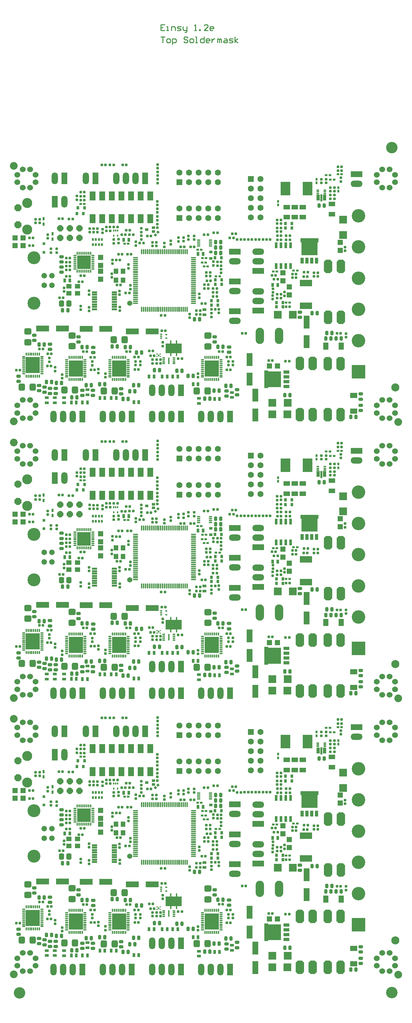
<source format=gts>
G04*
G04 #@! TF.GenerationSoftware,Altium Limited,Altium Designer,21.0.8 (223)*
G04*
G04 Layer_Color=8388736*
%FSLAX24Y24*%
%MOIN*%
G70*
G04*
G04 #@! TF.SameCoordinates,AD5B01D1-9614-4033-A6A6-B3DA250C4225*
G04*
G04*
G04 #@! TF.FilePolarity,Negative*
G04*
G01*
G75*
%ADD12C,0.0100*%
%ADD46C,0.0600*%
%ADD66P,0.0213X4X180.0*%
%ADD134C,0.0300*%
%ADD142C,0.0580*%
%ADD192C,0.0631*%
%ADD193R,0.0460X0.0130*%
%ADD194R,0.0530X0.0170*%
%ADD195R,0.1680X0.1040*%
G04:AMPARAMS|DCode=196|XSize=118.7mil|YSize=118.7mil|CornerRadius=59.4mil|HoleSize=0mil|Usage=FLASHONLY|Rotation=90.000|XOffset=0mil|YOffset=0mil|HoleType=Round|Shape=RoundedRectangle|*
%AMROUNDEDRECTD196*
21,1,0.1187,0.0000,0,0,90.0*
21,1,0.0000,0.1187,0,0,90.0*
1,1,0.1187,0.0000,0.0000*
1,1,0.1187,0.0000,0.0000*
1,1,0.1187,0.0000,0.0000*
1,1,0.1187,0.0000,0.0000*
%
%ADD196ROUNDEDRECTD196*%
G04:AMPARAMS|DCode=197|XSize=26mil|YSize=28mil|CornerRadius=6.4mil|HoleSize=0mil|Usage=FLASHONLY|Rotation=180.000|XOffset=0mil|YOffset=0mil|HoleType=Round|Shape=RoundedRectangle|*
%AMROUNDEDRECTD197*
21,1,0.0260,0.0152,0,0,180.0*
21,1,0.0132,0.0280,0,0,180.0*
1,1,0.0128,-0.0066,0.0076*
1,1,0.0128,0.0066,0.0076*
1,1,0.0128,0.0066,-0.0076*
1,1,0.0128,-0.0066,-0.0076*
%
%ADD197ROUNDEDRECTD197*%
%ADD198R,0.0709X0.0473*%
%ADD199R,0.0257X0.0237*%
%ADD200R,0.0237X0.0257*%
%ADD201R,0.0990X0.1390*%
G04:AMPARAMS|DCode=202|XSize=26mil|YSize=28mil|CornerRadius=6.4mil|HoleSize=0mil|Usage=FLASHONLY|Rotation=90.000|XOffset=0mil|YOffset=0mil|HoleType=Round|Shape=RoundedRectangle|*
%AMROUNDEDRECTD202*
21,1,0.0260,0.0152,0,0,90.0*
21,1,0.0132,0.0280,0,0,90.0*
1,1,0.0128,0.0076,0.0066*
1,1,0.0128,0.0076,-0.0066*
1,1,0.0128,-0.0076,-0.0066*
1,1,0.0128,-0.0076,0.0066*
%
%ADD202ROUNDEDRECTD202*%
%ADD203R,0.0197X0.0720*%
%ADD204R,0.0354X0.0618*%
%ADD205R,0.0276X0.0146*%
G04:AMPARAMS|DCode=206|XSize=33.1mil|YSize=43.4mil|CornerRadius=7.8mil|HoleSize=0mil|Usage=FLASHONLY|Rotation=0.000|XOffset=0mil|YOffset=0mil|HoleType=Round|Shape=RoundedRectangle|*
%AMROUNDEDRECTD206*
21,1,0.0331,0.0277,0,0,0.0*
21,1,0.0175,0.0434,0,0,0.0*
1,1,0.0157,0.0087,-0.0139*
1,1,0.0157,-0.0087,-0.0139*
1,1,0.0157,-0.0087,0.0139*
1,1,0.0157,0.0087,0.0139*
%
%ADD206ROUNDEDRECTD206*%
%ADD207R,0.0304X0.0386*%
%ADD208R,0.0320X0.0600*%
%ADD209R,0.0600X0.0320*%
G04:AMPARAMS|DCode=210|XSize=26mil|YSize=28mil|CornerRadius=6.4mil|HoleSize=0mil|Usage=FLASHONLY|Rotation=225.000|XOffset=0mil|YOffset=0mil|HoleType=Round|Shape=RoundedRectangle|*
%AMROUNDEDRECTD210*
21,1,0.0260,0.0152,0,0,225.0*
21,1,0.0132,0.0280,0,0,225.0*
1,1,0.0128,-0.0100,0.0007*
1,1,0.0128,-0.0007,0.0100*
1,1,0.0128,0.0100,-0.0007*
1,1,0.0128,0.0007,-0.0100*
%
%ADD210ROUNDEDRECTD210*%
%ADD211R,0.0631X0.0957*%
%ADD212R,0.0355X0.0157*%
%ADD213R,0.0583X0.0749*%
%ADD214R,0.0240X0.0320*%
%ADD215R,0.0540X0.0190*%
%ADD216R,0.0830X0.0830*%
G04:AMPARAMS|DCode=217|XSize=80mil|YSize=80mil|CornerRadius=40mil|HoleSize=0mil|Usage=FLASHONLY|Rotation=0.000|XOffset=0mil|YOffset=0mil|HoleType=Round|Shape=RoundedRectangle|*
%AMROUNDEDRECTD217*
21,1,0.0800,0.0000,0,0,0.0*
21,1,0.0000,0.0800,0,0,0.0*
1,1,0.0800,0.0000,0.0000*
1,1,0.0800,0.0000,0.0000*
1,1,0.0800,0.0000,0.0000*
1,1,0.0800,0.0000,0.0000*
%
%ADD217ROUNDEDRECTD217*%
%ADD218R,0.1300X0.0670*%
G04:AMPARAMS|DCode=219|XSize=56mil|YSize=64mil|CornerRadius=15mil|HoleSize=0mil|Usage=FLASHONLY|Rotation=180.000|XOffset=0mil|YOffset=0mil|HoleType=Round|Shape=RoundedRectangle|*
%AMROUNDEDRECTD219*
21,1,0.0560,0.0340,0,0,180.0*
21,1,0.0260,0.0640,0,0,180.0*
1,1,0.0300,-0.0130,0.0170*
1,1,0.0300,0.0130,0.0170*
1,1,0.0300,0.0130,-0.0170*
1,1,0.0300,-0.0130,-0.0170*
%
%ADD219ROUNDEDRECTD219*%
%ADD220R,0.0560X0.0460*%
%ADD221R,0.0240X0.0300*%
G04:AMPARAMS|DCode=222|XSize=33.1mil|YSize=43.4mil|CornerRadius=7.8mil|HoleSize=0mil|Usage=FLASHONLY|Rotation=90.000|XOffset=0mil|YOffset=0mil|HoleType=Round|Shape=RoundedRectangle|*
%AMROUNDEDRECTD222*
21,1,0.0331,0.0277,0,0,90.0*
21,1,0.0175,0.0434,0,0,90.0*
1,1,0.0157,0.0139,0.0087*
1,1,0.0157,0.0139,-0.0087*
1,1,0.0157,-0.0139,-0.0087*
1,1,0.0157,-0.0139,0.0087*
%
%ADD222ROUNDEDRECTD222*%
%ADD223O,0.0138X0.0552*%
%ADD224O,0.0552X0.0138*%
%ADD225R,0.0280X0.0280*%
G04:AMPARAMS|DCode=226|XSize=67mil|YSize=75mil|CornerRadius=17.8mil|HoleSize=0mil|Usage=FLASHONLY|Rotation=90.000|XOffset=0mil|YOffset=0mil|HoleType=Round|Shape=RoundedRectangle|*
%AMROUNDEDRECTD226*
21,1,0.0670,0.0395,0,0,90.0*
21,1,0.0315,0.0750,0,0,90.0*
1,1,0.0355,0.0198,0.0158*
1,1,0.0355,0.0198,-0.0158*
1,1,0.0355,-0.0198,-0.0158*
1,1,0.0355,-0.0198,0.0158*
%
%ADD226ROUNDEDRECTD226*%
%ADD227R,0.1379X0.0591*%
%ADD228R,0.0280X0.0640*%
%ADD229R,0.0520X0.0520*%
G04:AMPARAMS|DCode=230|XSize=54mil|YSize=54mil|CornerRadius=27mil|HoleSize=0mil|Usage=FLASHONLY|Rotation=270.000|XOffset=0mil|YOffset=0mil|HoleType=Round|Shape=RoundedRectangle|*
%AMROUNDEDRECTD230*
21,1,0.0540,0.0000,0,0,270.0*
21,1,0.0000,0.0540,0,0,270.0*
1,1,0.0540,0.0000,0.0000*
1,1,0.0540,0.0000,0.0000*
1,1,0.0540,0.0000,0.0000*
1,1,0.0540,0.0000,0.0000*
%
%ADD230ROUNDEDRECTD230*%
%ADD231R,0.1457X0.1654*%
%ADD232O,0.0138X0.0375*%
%ADD233O,0.0375X0.0138*%
G04:AMPARAMS|DCode=234|XSize=15mil|YSize=35.4mil|CornerRadius=6.4mil|HoleSize=0mil|Usage=FLASHONLY|Rotation=180.000|XOffset=0mil|YOffset=0mil|HoleType=Round|Shape=RoundedRectangle|*
%AMROUNDEDRECTD234*
21,1,0.0150,0.0227,0,0,180.0*
21,1,0.0022,0.0354,0,0,180.0*
1,1,0.0128,-0.0011,0.0113*
1,1,0.0128,0.0011,0.0113*
1,1,0.0128,0.0011,-0.0113*
1,1,0.0128,-0.0011,-0.0113*
%
%ADD234ROUNDEDRECTD234*%
G04:AMPARAMS|DCode=235|XSize=15mil|YSize=35.4mil|CornerRadius=6.4mil|HoleSize=0mil|Usage=FLASHONLY|Rotation=270.000|XOffset=0mil|YOffset=0mil|HoleType=Round|Shape=RoundedRectangle|*
%AMROUNDEDRECTD235*
21,1,0.0150,0.0227,0,0,270.0*
21,1,0.0022,0.0354,0,0,270.0*
1,1,0.0128,-0.0113,-0.0011*
1,1,0.0128,-0.0113,0.0011*
1,1,0.0128,0.0113,0.0011*
1,1,0.0128,0.0113,-0.0011*
%
%ADD235ROUNDEDRECTD235*%
%ADD236R,0.1410X0.1410*%
%ADD237R,0.0276X0.0355*%
%ADD238R,0.0355X0.0257*%
%ADD239R,0.0257X0.0138*%
%ADD240R,0.0119X0.0670*%
%ADD241R,0.0217X0.0158*%
%ADD242R,0.0847X0.0847*%
%ADD243O,0.0150X0.0355*%
%ADD244O,0.0355X0.0150*%
%ADD245R,0.0158X0.0217*%
%ADD246R,0.0386X0.0304*%
%ADD247R,0.0591X0.1379*%
G04:AMPARAMS|DCode=248|XSize=67mil|YSize=75mil|CornerRadius=17.8mil|HoleSize=0mil|Usage=FLASHONLY|Rotation=180.000|XOffset=0mil|YOffset=0mil|HoleType=Round|Shape=RoundedRectangle|*
%AMROUNDEDRECTD248*
21,1,0.0670,0.0395,0,0,180.0*
21,1,0.0315,0.0750,0,0,180.0*
1,1,0.0355,-0.0158,0.0198*
1,1,0.0355,0.0158,0.0198*
1,1,0.0355,0.0158,-0.0198*
1,1,0.0355,-0.0158,-0.0198*
%
%ADD248ROUNDEDRECTD248*%
%ADD249R,0.0520X0.0520*%
%ADD250R,0.0355X0.0276*%
%ADD251R,0.0830X0.0830*%
%ADD252R,0.0460X0.0560*%
%ADD253R,0.0749X0.0583*%
%ADD254R,0.0631X0.0631*%
%ADD255C,0.0631*%
%ADD256O,0.0865X0.1690*%
%ADD257R,0.0631X0.0631*%
G04:AMPARAMS|DCode=258|XSize=137mil|YSize=87mil|CornerRadius=0mil|HoleSize=0mil|Usage=FLASHONLY|Rotation=270.000|XOffset=0mil|YOffset=0mil|HoleType=Round|Shape=Octagon|*
%AMOCTAGOND258*
4,1,8,-0.0217,-0.0685,0.0217,-0.0685,0.0435,-0.0468,0.0435,0.0468,0.0217,0.0685,-0.0217,0.0685,-0.0435,0.0468,-0.0435,-0.0468,-0.0217,-0.0685,0.0*
%
%ADD258OCTAGOND258*%

%ADD259P,0.0714X8X22.5*%
%ADD260C,0.1345*%
%ADD261P,0.0801X8X292.5*%
%ADD262C,0.1040*%
%ADD263R,0.1240X0.0640*%
%ADD264O,0.1240X0.0640*%
%ADD265R,0.0640X0.1240*%
%ADD266O,0.0640X0.1240*%
%ADD267O,0.1400X0.1400*%
%ADD268R,0.1400X0.1400*%
%ADD269C,0.0840*%
G36*
X44155Y88714D02*
X44057D01*
Y87375D01*
X42403D01*
Y88714D01*
X42305D01*
Y89117D01*
X44155D01*
Y88714D01*
D02*
G37*
G36*
X27775Y77017D02*
X27673D01*
X27614Y77076D01*
Y77120D01*
X27775D01*
Y77017D01*
D02*
G37*
G36*
X27448Y77076D02*
X27389Y77017D01*
X27287D01*
Y77120D01*
X27448D01*
Y77076D01*
D02*
G37*
G36*
X27775Y76758D02*
X27614D01*
Y76801D01*
X27673Y76860D01*
X27775D01*
Y76758D01*
D02*
G37*
G36*
X27448Y76801D02*
Y76758D01*
X27287D01*
Y76860D01*
X27389D01*
X27448Y76801D01*
D02*
G37*
G36*
X38918Y75271D02*
X40257D01*
Y73618D01*
X38918D01*
Y73519D01*
X38515D01*
Y75370D01*
X38918D01*
Y75271D01*
D02*
G37*
G36*
X44155Y59934D02*
X44057D01*
Y58595D01*
X42403D01*
Y59934D01*
X42305D01*
Y60338D01*
X44155D01*
Y59934D01*
D02*
G37*
G36*
X27775Y48238D02*
X27673D01*
X27614Y48297D01*
Y48340D01*
X27775D01*
Y48238D01*
D02*
G37*
G36*
X27448Y48297D02*
X27389Y48238D01*
X27287D01*
Y48340D01*
X27448D01*
Y48297D01*
D02*
G37*
G36*
X27775Y47978D02*
X27614D01*
Y48021D01*
X27673Y48080D01*
X27775D01*
Y47978D01*
D02*
G37*
G36*
X27448Y48021D02*
Y47978D01*
X27287D01*
Y48080D01*
X27389D01*
X27448Y48021D01*
D02*
G37*
G36*
X38918Y46492D02*
X40257D01*
Y44838D01*
X38918D01*
Y44740D01*
X38515D01*
Y46590D01*
X38918D01*
Y46492D01*
D02*
G37*
G36*
X44155Y31154D02*
X44057D01*
Y29816D01*
X42403D01*
Y31154D01*
X42305D01*
Y31558D01*
X44155D01*
Y31154D01*
D02*
G37*
G36*
X27775Y19458D02*
X27673D01*
X27614Y19517D01*
Y19561D01*
X27775D01*
Y19458D01*
D02*
G37*
G36*
X27448Y19517D02*
X27389Y19458D01*
X27287D01*
Y19561D01*
X27448D01*
Y19517D01*
D02*
G37*
G36*
X27775Y19199D02*
X27614D01*
Y19242D01*
X27673Y19301D01*
X27775D01*
Y19199D01*
D02*
G37*
G36*
X27448Y19242D02*
Y19199D01*
X27287D01*
Y19301D01*
X27389D01*
X27448Y19242D01*
D02*
G37*
G36*
X38918Y17712D02*
X40257D01*
Y16058D01*
X38918D01*
Y15960D01*
X38515D01*
Y17810D01*
X38918D01*
Y17712D01*
D02*
G37*
G54D12*
X27750Y110100D02*
X28150D01*
X27950D01*
Y109500D01*
X28450D02*
X28650D01*
X28750Y109600D01*
Y109800D01*
X28650Y109900D01*
X28450D01*
X28350Y109800D01*
Y109600D01*
X28450Y109500D01*
X28950Y109300D02*
Y109900D01*
X29250D01*
X29349Y109800D01*
Y109600D01*
X29250Y109500D01*
X28950D01*
X30549Y110000D02*
X30449Y110100D01*
X30249D01*
X30149Y110000D01*
Y109900D01*
X30249Y109800D01*
X30449D01*
X30549Y109700D01*
Y109600D01*
X30449Y109500D01*
X30249D01*
X30149Y109600D01*
X30849Y109500D02*
X31049D01*
X31149Y109600D01*
Y109800D01*
X31049Y109900D01*
X30849D01*
X30749Y109800D01*
Y109600D01*
X30849Y109500D01*
X31349D02*
X31549D01*
X31449D01*
Y110100D01*
X31349D01*
X32249D02*
Y109500D01*
X31949D01*
X31849Y109600D01*
Y109800D01*
X31949Y109900D01*
X32249D01*
X32748Y109500D02*
X32548D01*
X32448Y109600D01*
Y109800D01*
X32548Y109900D01*
X32748D01*
X32848Y109800D01*
Y109700D01*
X32448D01*
X33048Y109900D02*
Y109500D01*
Y109700D01*
X33148Y109800D01*
X33248Y109900D01*
X33348D01*
X33648Y109500D02*
Y109900D01*
X33748D01*
X33848Y109800D01*
Y109500D01*
Y109800D01*
X33948Y109900D01*
X34048Y109800D01*
Y109500D01*
X34348Y109900D02*
X34548D01*
X34648Y109800D01*
Y109500D01*
X34348D01*
X34248Y109600D01*
X34348Y109700D01*
X34648D01*
X34848Y109500D02*
X35148D01*
X35248Y109600D01*
X35148Y109700D01*
X34948D01*
X34848Y109800D01*
X34948Y109900D01*
X35248D01*
X35448Y109500D02*
Y110100D01*
Y109700D02*
X35747Y109900D01*
X35448Y109700D02*
X35747Y109500D01*
X28150Y111350D02*
X27750D01*
Y110750D01*
X28150D01*
X27750Y111050D02*
X27950D01*
X28350Y110750D02*
X28550D01*
X28450D01*
Y111150D01*
X28350D01*
X28850Y110750D02*
Y111150D01*
X29150D01*
X29250Y111050D01*
Y110750D01*
X29449D02*
X29749D01*
X29849Y110850D01*
X29749Y110950D01*
X29549D01*
X29449Y111050D01*
X29549Y111150D01*
X29849D01*
X30049D02*
Y110850D01*
X30149Y110750D01*
X30449D01*
Y110650D01*
X30349Y110550D01*
X30249D01*
X30449Y110750D02*
Y111150D01*
X31249Y110750D02*
X31449D01*
X31349D01*
Y111350D01*
X31249Y111250D01*
X31749Y110750D02*
Y110850D01*
X31849D01*
Y110750D01*
X31749D01*
X32648D02*
X32249D01*
X32648Y111150D01*
Y111250D01*
X32548Y111350D01*
X32349D01*
X32249Y111250D01*
X33148Y110750D02*
X32948D01*
X32848Y110850D01*
Y111050D01*
X32948Y111150D01*
X33148D01*
X33248Y111050D01*
Y110950D01*
X32848D01*
G54D46*
X51575Y12835D02*
D03*
X50787D02*
D03*
X50236Y13386D02*
D03*
Y14173D02*
D03*
X50787Y14724D02*
D03*
X51575D02*
D03*
X52126Y14173D02*
D03*
Y13386D02*
D03*
Y37402D02*
D03*
Y38189D02*
D03*
X51575Y38740D02*
D03*
X50787D02*
D03*
X50236Y38189D02*
D03*
Y37402D02*
D03*
X50787Y36850D02*
D03*
X51575D02*
D03*
X14724Y37402D02*
D03*
Y38189D02*
D03*
X14173Y38740D02*
D03*
X13386D02*
D03*
X12835Y38189D02*
D03*
Y37402D02*
D03*
X13386Y36850D02*
D03*
X14173D02*
D03*
X14724Y13386D02*
D03*
Y14173D02*
D03*
X14173Y14724D02*
D03*
X13386D02*
D03*
X12835Y14173D02*
D03*
Y13386D02*
D03*
X13386Y12835D02*
D03*
X14173D02*
D03*
X51575Y41614D02*
D03*
X50787D02*
D03*
X50236Y42165D02*
D03*
Y42953D02*
D03*
X50787Y43504D02*
D03*
X51575D02*
D03*
X52126Y42953D02*
D03*
Y42165D02*
D03*
Y66181D02*
D03*
Y66968D02*
D03*
X51575Y67520D02*
D03*
X50787D02*
D03*
X50236Y66968D02*
D03*
Y66181D02*
D03*
X50787Y65630D02*
D03*
X51575D02*
D03*
X14724Y66181D02*
D03*
Y66968D02*
D03*
X14173Y67520D02*
D03*
X13386D02*
D03*
X12835Y66968D02*
D03*
Y66181D02*
D03*
X13386Y65630D02*
D03*
X14173D02*
D03*
X14724Y42165D02*
D03*
Y42953D02*
D03*
X14173Y43504D02*
D03*
X13386D02*
D03*
X12835Y42953D02*
D03*
Y42165D02*
D03*
X13386Y41614D02*
D03*
X14173D02*
D03*
X51575Y70394D02*
D03*
X50787D02*
D03*
X50236Y70945D02*
D03*
Y71732D02*
D03*
X50787Y72283D02*
D03*
X51575D02*
D03*
X52126Y71732D02*
D03*
Y70945D02*
D03*
Y94961D02*
D03*
Y95748D02*
D03*
X51575Y96299D02*
D03*
X50787D02*
D03*
X50236Y95748D02*
D03*
Y94961D02*
D03*
X50787Y94409D02*
D03*
X51575D02*
D03*
X14724Y94961D02*
D03*
Y95748D02*
D03*
X14173Y96299D02*
D03*
X13386D02*
D03*
X12835Y95748D02*
D03*
Y94961D02*
D03*
X13386Y94409D02*
D03*
X14173D02*
D03*
X14724Y70945D02*
D03*
Y71732D02*
D03*
X14173Y72283D02*
D03*
X13386D02*
D03*
X12835Y71732D02*
D03*
Y70945D02*
D03*
X13386Y70394D02*
D03*
X14173D02*
D03*
G54D66*
X27531Y19380D02*
D03*
Y48159D02*
D03*
Y76939D02*
D03*
G54D134*
X43630Y30096D02*
D03*
Y30496D02*
D03*
Y30896D02*
D03*
Y31296D02*
D03*
X42830D02*
D03*
Y30896D02*
D03*
Y30496D02*
D03*
Y30096D02*
D03*
X43230D02*
D03*
Y30496D02*
D03*
Y31296D02*
D03*
Y30896D02*
D03*
X39977Y17285D02*
D03*
X39577D02*
D03*
X39177D02*
D03*
X38777D02*
D03*
Y16485D02*
D03*
X39177D02*
D03*
X39577D02*
D03*
X39977D02*
D03*
Y16885D02*
D03*
X39577D02*
D03*
X38777D02*
D03*
X39177D02*
D03*
X32625Y18659D02*
D03*
X33492Y17359D02*
D03*
X33059D02*
D03*
X32625D02*
D03*
X33492Y17793D02*
D03*
X33059D02*
D03*
X32625D02*
D03*
X33492Y18226D02*
D03*
X33059D02*
D03*
X32625D02*
D03*
X33492Y18659D02*
D03*
X33059D02*
D03*
X19769Y29069D02*
D03*
Y29443D02*
D03*
X19392Y29446D02*
D03*
X19396Y29069D02*
D03*
X19394Y28685D02*
D03*
X19769Y28694D02*
D03*
X20143D02*
D03*
Y29069D02*
D03*
Y29443D02*
D03*
X14445Y19019D02*
D03*
X14878D02*
D03*
X14012Y18586D02*
D03*
X14445D02*
D03*
X14878D02*
D03*
X14012Y18153D02*
D03*
X14445D02*
D03*
X14878D02*
D03*
X14012Y17719D02*
D03*
X14445D02*
D03*
X14878D02*
D03*
X14012Y19019D02*
D03*
X18918Y18659D02*
D03*
X19352D02*
D03*
X18485Y18226D02*
D03*
X18918D02*
D03*
X19352D02*
D03*
X18485Y17793D02*
D03*
X18918D02*
D03*
X19352D02*
D03*
X18485Y17359D02*
D03*
X18918D02*
D03*
X19352D02*
D03*
X18485Y18659D02*
D03*
X23419D02*
D03*
X23852D02*
D03*
X22985Y18226D02*
D03*
X23419D02*
D03*
X23852D02*
D03*
X22985Y17793D02*
D03*
X23419D02*
D03*
X23852D02*
D03*
X22985Y17359D02*
D03*
X23419D02*
D03*
X23852D02*
D03*
X22985Y18659D02*
D03*
X43630Y58876D02*
D03*
Y59276D02*
D03*
Y59676D02*
D03*
Y60076D02*
D03*
X42830D02*
D03*
Y59676D02*
D03*
Y59276D02*
D03*
Y58876D02*
D03*
X43230D02*
D03*
Y59276D02*
D03*
Y60076D02*
D03*
Y59676D02*
D03*
X39977Y46065D02*
D03*
X39577D02*
D03*
X39177D02*
D03*
X38777D02*
D03*
Y45265D02*
D03*
X39177D02*
D03*
X39577D02*
D03*
X39977D02*
D03*
Y45665D02*
D03*
X39577D02*
D03*
X38777D02*
D03*
X39177D02*
D03*
X32625Y47438D02*
D03*
X33492Y46139D02*
D03*
X33059D02*
D03*
X32625D02*
D03*
X33492Y46572D02*
D03*
X33059D02*
D03*
X32625D02*
D03*
X33492Y47005D02*
D03*
X33059D02*
D03*
X32625D02*
D03*
X33492Y47438D02*
D03*
X33059D02*
D03*
X19769Y57848D02*
D03*
Y58222D02*
D03*
X19392Y58226D02*
D03*
X19396Y57848D02*
D03*
X19394Y57464D02*
D03*
X19769Y57474D02*
D03*
X20143D02*
D03*
Y57848D02*
D03*
Y58222D02*
D03*
X14445Y47798D02*
D03*
X14878D02*
D03*
X14012Y47365D02*
D03*
X14445D02*
D03*
X14878D02*
D03*
X14012Y46932D02*
D03*
X14445D02*
D03*
X14878D02*
D03*
X14012Y46499D02*
D03*
X14445D02*
D03*
X14878D02*
D03*
X14012Y47798D02*
D03*
X18918Y47438D02*
D03*
X19352D02*
D03*
X18485Y47005D02*
D03*
X18918D02*
D03*
X19352D02*
D03*
X18485Y46572D02*
D03*
X18918D02*
D03*
X19352D02*
D03*
X18485Y46139D02*
D03*
X18918D02*
D03*
X19352D02*
D03*
X18485Y47438D02*
D03*
X23419D02*
D03*
X23852D02*
D03*
X22985Y47005D02*
D03*
X23419D02*
D03*
X23852D02*
D03*
X22985Y46572D02*
D03*
X23419D02*
D03*
X23852D02*
D03*
X22985Y46139D02*
D03*
X23419D02*
D03*
X23852D02*
D03*
X22985Y47438D02*
D03*
X43630Y87655D02*
D03*
Y88055D02*
D03*
Y88455D02*
D03*
Y88855D02*
D03*
X42830D02*
D03*
Y88455D02*
D03*
Y88055D02*
D03*
Y87655D02*
D03*
X43230D02*
D03*
Y88055D02*
D03*
Y88855D02*
D03*
Y88455D02*
D03*
X39977Y74844D02*
D03*
X39577D02*
D03*
X39177D02*
D03*
X38777D02*
D03*
Y74044D02*
D03*
X39177D02*
D03*
X39577D02*
D03*
X39977D02*
D03*
Y74444D02*
D03*
X39577D02*
D03*
X38777D02*
D03*
X39177D02*
D03*
X32625Y76218D02*
D03*
X33492Y74918D02*
D03*
X33059D02*
D03*
X32625D02*
D03*
X33492Y75352D02*
D03*
X33059D02*
D03*
X32625D02*
D03*
X33492Y75785D02*
D03*
X33059D02*
D03*
X32625D02*
D03*
X33492Y76218D02*
D03*
X33059D02*
D03*
X19769Y86628D02*
D03*
Y87002D02*
D03*
X19392Y87005D02*
D03*
X19396Y86628D02*
D03*
X19394Y86244D02*
D03*
X19769Y86254D02*
D03*
X20143D02*
D03*
Y86628D02*
D03*
Y87002D02*
D03*
X14445Y76578D02*
D03*
X14878D02*
D03*
X14012Y76145D02*
D03*
X14445D02*
D03*
X14878D02*
D03*
X14012Y75712D02*
D03*
X14445D02*
D03*
X14878D02*
D03*
X14012Y75279D02*
D03*
X14445D02*
D03*
X14878D02*
D03*
X14012Y76578D02*
D03*
X18918Y76218D02*
D03*
X19352D02*
D03*
X18485Y75785D02*
D03*
X18918D02*
D03*
X19352D02*
D03*
X18485Y75352D02*
D03*
X18918D02*
D03*
X19352D02*
D03*
X18485Y74918D02*
D03*
X18918D02*
D03*
X19352D02*
D03*
X18485Y76218D02*
D03*
X23419D02*
D03*
X23852D02*
D03*
X22985Y75785D02*
D03*
X23419D02*
D03*
X23852D02*
D03*
X22985Y75352D02*
D03*
X23419D02*
D03*
X23852D02*
D03*
X22985Y74918D02*
D03*
X23419D02*
D03*
X23852D02*
D03*
X22985Y76218D02*
D03*
G54D142*
X16427Y26665D02*
D03*
Y27657D02*
D03*
X15637D02*
D03*
Y26665D02*
D03*
X16427Y55445D02*
D03*
Y56437D02*
D03*
X15637D02*
D03*
Y55445D02*
D03*
X16427Y84224D02*
D03*
Y85217D02*
D03*
X15637D02*
D03*
Y84224D02*
D03*
G54D192*
X38135Y37726D02*
D03*
Y36726D02*
D03*
Y35726D02*
D03*
Y34726D02*
D03*
Y33726D02*
D03*
Y66505D02*
D03*
Y65505D02*
D03*
Y64505D02*
D03*
Y63505D02*
D03*
Y62505D02*
D03*
Y95285D02*
D03*
Y94285D02*
D03*
Y93285D02*
D03*
Y92285D02*
D03*
Y91285D02*
D03*
G54D193*
X22910Y25944D02*
D03*
X22910Y25694D02*
D03*
X22910Y25444D02*
D03*
X22910Y25194D02*
D03*
X22910Y24944D02*
D03*
X22910Y24694D02*
D03*
Y24444D02*
D03*
X22910Y24194D02*
D03*
X20870D02*
D03*
X20870Y24444D02*
D03*
Y24694D02*
D03*
X20870Y24944D02*
D03*
X20870Y25194D02*
D03*
Y25444D02*
D03*
X20870Y25694D02*
D03*
X20870Y25944D02*
D03*
X22910Y54723D02*
D03*
X22910Y54473D02*
D03*
X22910Y54223D02*
D03*
X22910Y53973D02*
D03*
X22910Y53723D02*
D03*
X22910Y53473D02*
D03*
Y53223D02*
D03*
X22910Y52973D02*
D03*
X20870D02*
D03*
X20870Y53223D02*
D03*
Y53473D02*
D03*
X20870Y53723D02*
D03*
X20870Y53973D02*
D03*
Y54223D02*
D03*
X20870Y54473D02*
D03*
X20870Y54723D02*
D03*
X22910Y83503D02*
D03*
X22910Y83253D02*
D03*
X22910Y83003D02*
D03*
X22910Y82753D02*
D03*
X22910Y82503D02*
D03*
X22910Y82253D02*
D03*
Y82003D02*
D03*
X22910Y81753D02*
D03*
X20870D02*
D03*
X20870Y82003D02*
D03*
Y82253D02*
D03*
X20870Y82503D02*
D03*
X20870Y82753D02*
D03*
Y83003D02*
D03*
X20870Y83253D02*
D03*
X20870Y83503D02*
D03*
G54D194*
X22915Y25944D02*
D03*
X22915Y25694D02*
D03*
X22915Y25444D02*
D03*
X22915Y25194D02*
D03*
X22915Y24944D02*
D03*
X22915Y24694D02*
D03*
X22915Y24444D02*
D03*
X22915Y24194D02*
D03*
X20865Y24194D02*
D03*
X20865Y24444D02*
D03*
Y24694D02*
D03*
X20865Y24944D02*
D03*
X20865Y25194D02*
D03*
Y25444D02*
D03*
X20865Y25694D02*
D03*
Y25944D02*
D03*
X22915Y54723D02*
D03*
X22915Y54473D02*
D03*
X22915Y54223D02*
D03*
X22915Y53973D02*
D03*
X22915Y53723D02*
D03*
X22915Y53473D02*
D03*
X22915Y53223D02*
D03*
X22915Y52973D02*
D03*
X20865Y52973D02*
D03*
X20865Y53223D02*
D03*
Y53473D02*
D03*
X20865Y53723D02*
D03*
X20865Y53973D02*
D03*
Y54223D02*
D03*
X20865Y54473D02*
D03*
Y54723D02*
D03*
X22915Y83503D02*
D03*
X22915Y83253D02*
D03*
X22915Y83003D02*
D03*
X22915Y82753D02*
D03*
X22915Y82503D02*
D03*
X22915Y82253D02*
D03*
X22915Y82003D02*
D03*
X22915Y81753D02*
D03*
X20865Y81753D02*
D03*
X20865Y82003D02*
D03*
Y82253D02*
D03*
X20865Y82503D02*
D03*
X20865Y82753D02*
D03*
Y83003D02*
D03*
X20865Y83253D02*
D03*
Y83503D02*
D03*
G54D195*
X29096Y20107D02*
D03*
Y48887D02*
D03*
Y77666D02*
D03*
G54D196*
X51800Y98572D02*
D03*
Y10600D02*
D03*
X13061Y10561D02*
D03*
G54D197*
X41190Y31841D02*
D03*
X40811D02*
D03*
X39542Y27301D02*
D03*
X39921D02*
D03*
X32654Y31939D02*
D03*
X32275D02*
D03*
X33275Y32130D02*
D03*
X33654D02*
D03*
X22104Y32741D02*
D03*
X22478D02*
D03*
X29578Y19045D02*
D03*
X29952D02*
D03*
X27866Y21949D02*
D03*
X28240D02*
D03*
X26704Y19330D02*
D03*
X27078D02*
D03*
X21639Y39194D02*
D03*
X22013D02*
D03*
X17162Y33604D02*
D03*
X17536D02*
D03*
X16345Y18269D02*
D03*
X15971D02*
D03*
X12723Y17841D02*
D03*
X13097D02*
D03*
X15496Y20038D02*
D03*
X15122D02*
D03*
X16001Y19549D02*
D03*
X16375D02*
D03*
X43013Y27578D02*
D03*
X42639D02*
D03*
X35006Y17868D02*
D03*
X34632D02*
D03*
X18305Y27619D02*
D03*
X17931D02*
D03*
X34195Y19789D02*
D03*
X33821D02*
D03*
X25445Y17909D02*
D03*
X25071D02*
D03*
X20856Y17888D02*
D03*
X20482D02*
D03*
X23565Y26721D02*
D03*
X23191D02*
D03*
X24565Y19778D02*
D03*
X24192D02*
D03*
X20055D02*
D03*
X19682D02*
D03*
X37620Y31449D02*
D03*
X37246D02*
D03*
X34622Y19199D02*
D03*
X34996D02*
D03*
X25041D02*
D03*
X25415D02*
D03*
X20475Y19189D02*
D03*
X20849D02*
D03*
X36221Y21689D02*
D03*
X36595D02*
D03*
X18305Y29499D02*
D03*
X17931D02*
D03*
X18305Y28259D02*
D03*
X17931D02*
D03*
X19792Y27686D02*
D03*
X19418D02*
D03*
X19231Y27039D02*
D03*
X19605D02*
D03*
X17232Y25369D02*
D03*
X17606D02*
D03*
X27807Y23523D02*
D03*
X28181D02*
D03*
X32511Y28019D02*
D03*
X32885D02*
D03*
X23509Y29297D02*
D03*
X23130D02*
D03*
X26944Y19823D02*
D03*
X26565D02*
D03*
X22481Y32351D02*
D03*
X22102D02*
D03*
X14471Y31618D02*
D03*
X14092D02*
D03*
X18591Y33561D02*
D03*
X18212D02*
D03*
X46578Y38603D02*
D03*
X46200D02*
D03*
X19431Y36361D02*
D03*
X19810D02*
D03*
X19431Y35951D02*
D03*
X19810D02*
D03*
X19811Y35531D02*
D03*
X19432D02*
D03*
X41118Y18779D02*
D03*
X40740D02*
D03*
X38988Y18838D02*
D03*
X39367D02*
D03*
X14468Y30808D02*
D03*
X14090D02*
D03*
X18309Y29069D02*
D03*
X17930D02*
D03*
X18309Y28658D02*
D03*
X17930D02*
D03*
X29831Y30659D02*
D03*
X30210D02*
D03*
X23251Y32741D02*
D03*
X22872D02*
D03*
X24532Y32411D02*
D03*
X24153D02*
D03*
X23698Y31929D02*
D03*
X24077D02*
D03*
X24886Y31945D02*
D03*
X24507D02*
D03*
X46195Y39015D02*
D03*
X46574D02*
D03*
X41828Y27459D02*
D03*
X41450D02*
D03*
X43049Y28038D02*
D03*
X42670D02*
D03*
X41828Y27848D02*
D03*
X41450D02*
D03*
X40261Y31411D02*
D03*
X39882D02*
D03*
X41191D02*
D03*
X40812D02*
D03*
X39881Y31841D02*
D03*
X40260D02*
D03*
X40799Y24448D02*
D03*
X41177D02*
D03*
X39878Y25329D02*
D03*
X40257D02*
D03*
X40258Y25728D02*
D03*
X39880D02*
D03*
X22855Y39193D02*
D03*
X22476D02*
D03*
X24162D02*
D03*
X23783D02*
D03*
X24667Y29899D02*
D03*
X24288D02*
D03*
X23727D02*
D03*
X23349D02*
D03*
X25579Y31063D02*
D03*
X25958D02*
D03*
X35316Y31622D02*
D03*
X34937D02*
D03*
X33589Y25498D02*
D03*
X33210D02*
D03*
X33658Y29105D02*
D03*
X34037D02*
D03*
X31856Y23631D02*
D03*
X31477D02*
D03*
X32689Y26344D02*
D03*
X32310D02*
D03*
X30860Y30661D02*
D03*
X31239D02*
D03*
X32408Y24784D02*
D03*
X32030D02*
D03*
X32689Y26734D02*
D03*
X32310D02*
D03*
X33419Y24169D02*
D03*
X33040D02*
D03*
X32508Y27638D02*
D03*
X32887D02*
D03*
X33658Y28717D02*
D03*
X34037D02*
D03*
X31479Y24049D02*
D03*
X31857D02*
D03*
X32938Y27139D02*
D03*
X32560D02*
D03*
X39329Y27715D02*
D03*
X39708D02*
D03*
X38758Y31449D02*
D03*
X39137D02*
D03*
X38004D02*
D03*
X38383D02*
D03*
X36471D02*
D03*
X36850D02*
D03*
X35564Y32039D02*
D03*
X35185D02*
D03*
X36086Y31441D02*
D03*
X35707D02*
D03*
X24485Y25874D02*
D03*
X24106D02*
D03*
X26727Y31801D02*
D03*
X26348D02*
D03*
X46081Y21661D02*
D03*
X46460D02*
D03*
X41190Y60621D02*
D03*
X40811D02*
D03*
X39542Y56081D02*
D03*
X39921D02*
D03*
X32654Y60718D02*
D03*
X32275D02*
D03*
X33275Y60909D02*
D03*
X33654D02*
D03*
X22104Y61521D02*
D03*
X22478D02*
D03*
X29578Y47824D02*
D03*
X29952D02*
D03*
X27866Y50728D02*
D03*
X28240D02*
D03*
X26704Y48110D02*
D03*
X27078D02*
D03*
X21639Y67973D02*
D03*
X22013D02*
D03*
X17162Y62383D02*
D03*
X17536D02*
D03*
X16345Y47048D02*
D03*
X15971D02*
D03*
X12723Y46620D02*
D03*
X13097D02*
D03*
X15496Y48818D02*
D03*
X15122D02*
D03*
X16001Y48328D02*
D03*
X16375D02*
D03*
X43013Y56358D02*
D03*
X42639D02*
D03*
X35006Y46648D02*
D03*
X34632D02*
D03*
X18305Y56398D02*
D03*
X17931D02*
D03*
X34195Y48568D02*
D03*
X33821D02*
D03*
X25445Y46688D02*
D03*
X25071D02*
D03*
X20856Y46668D02*
D03*
X20482D02*
D03*
X23565Y55500D02*
D03*
X23191D02*
D03*
X24565Y48558D02*
D03*
X24192D02*
D03*
X20055D02*
D03*
X19682D02*
D03*
X37620Y60228D02*
D03*
X37246D02*
D03*
X34622Y47978D02*
D03*
X34996D02*
D03*
X25041D02*
D03*
X25415D02*
D03*
X20475Y47968D02*
D03*
X20849D02*
D03*
X36221Y50468D02*
D03*
X36595D02*
D03*
X18305Y58278D02*
D03*
X17931D02*
D03*
X18305Y57038D02*
D03*
X17931D02*
D03*
X19792Y56466D02*
D03*
X19418D02*
D03*
X19231Y55818D02*
D03*
X19605D02*
D03*
X17232Y54148D02*
D03*
X17606D02*
D03*
X27807Y52303D02*
D03*
X28181D02*
D03*
X32511Y56798D02*
D03*
X32885D02*
D03*
X23509Y58077D02*
D03*
X23130D02*
D03*
X26944Y48602D02*
D03*
X26565D02*
D03*
X22481Y61131D02*
D03*
X22102D02*
D03*
X14471Y60398D02*
D03*
X14092D02*
D03*
X18591Y62341D02*
D03*
X18212D02*
D03*
X46578Y67383D02*
D03*
X46200D02*
D03*
X19431Y65141D02*
D03*
X19810D02*
D03*
X19431Y64731D02*
D03*
X19810D02*
D03*
X19811Y64311D02*
D03*
X19432D02*
D03*
X41118Y47558D02*
D03*
X40740D02*
D03*
X38988Y47618D02*
D03*
X39367D02*
D03*
X14468Y59588D02*
D03*
X14090D02*
D03*
X18309Y57848D02*
D03*
X17930D02*
D03*
X18309Y57438D02*
D03*
X17930D02*
D03*
X29831Y59439D02*
D03*
X30210D02*
D03*
X23251Y61521D02*
D03*
X22872D02*
D03*
X24532Y61191D02*
D03*
X24153D02*
D03*
X23698Y60708D02*
D03*
X24077D02*
D03*
X24886Y60724D02*
D03*
X24507D02*
D03*
X46195Y67795D02*
D03*
X46574D02*
D03*
X41828Y56238D02*
D03*
X41450D02*
D03*
X43049Y56818D02*
D03*
X42670D02*
D03*
X41828Y56628D02*
D03*
X41450D02*
D03*
X40261Y60191D02*
D03*
X39882D02*
D03*
X41191D02*
D03*
X40812D02*
D03*
X39881Y60621D02*
D03*
X40260D02*
D03*
X40799Y53228D02*
D03*
X41177D02*
D03*
X39878Y54108D02*
D03*
X40257D02*
D03*
X40258Y54508D02*
D03*
X39880D02*
D03*
X22855Y67972D02*
D03*
X22476D02*
D03*
X24162D02*
D03*
X23783D02*
D03*
X24667Y58678D02*
D03*
X24288D02*
D03*
X23727D02*
D03*
X23349D02*
D03*
X25579Y59842D02*
D03*
X25958D02*
D03*
X35316Y60401D02*
D03*
X34937D02*
D03*
X33589Y54278D02*
D03*
X33210D02*
D03*
X33658Y57885D02*
D03*
X34037D02*
D03*
X31856Y52410D02*
D03*
X31477D02*
D03*
X32689Y55123D02*
D03*
X32310D02*
D03*
X30860Y59441D02*
D03*
X31239D02*
D03*
X32408Y53563D02*
D03*
X32030D02*
D03*
X32689Y55513D02*
D03*
X32310D02*
D03*
X33419Y52948D02*
D03*
X33040D02*
D03*
X32508Y56418D02*
D03*
X32887D02*
D03*
X33658Y57496D02*
D03*
X34037D02*
D03*
X31479Y52828D02*
D03*
X31857D02*
D03*
X32938Y55918D02*
D03*
X32560D02*
D03*
X39329Y56494D02*
D03*
X39708D02*
D03*
X38758Y60228D02*
D03*
X39137D02*
D03*
X38004D02*
D03*
X38383D02*
D03*
X36471D02*
D03*
X36850D02*
D03*
X35564Y60819D02*
D03*
X35185D02*
D03*
X36086Y60220D02*
D03*
X35707D02*
D03*
X24485Y54653D02*
D03*
X24106D02*
D03*
X26727Y60580D02*
D03*
X26348D02*
D03*
X46081Y50441D02*
D03*
X46460D02*
D03*
X41190Y89400D02*
D03*
X40811D02*
D03*
X39542Y84860D02*
D03*
X39921D02*
D03*
X32654Y89498D02*
D03*
X32275D02*
D03*
X33275Y89689D02*
D03*
X33654D02*
D03*
X22104Y90300D02*
D03*
X22478D02*
D03*
X29578Y76604D02*
D03*
X29952D02*
D03*
X27866Y79508D02*
D03*
X28240D02*
D03*
X26704Y76889D02*
D03*
X27078D02*
D03*
X21639Y96753D02*
D03*
X22013D02*
D03*
X17162Y91163D02*
D03*
X17536D02*
D03*
X16345Y75828D02*
D03*
X15971D02*
D03*
X12723Y75400D02*
D03*
X13097D02*
D03*
X15496Y77598D02*
D03*
X15122D02*
D03*
X16001Y77108D02*
D03*
X16375D02*
D03*
X43013Y85137D02*
D03*
X42639D02*
D03*
X35006Y75428D02*
D03*
X34632D02*
D03*
X18305Y85178D02*
D03*
X17931D02*
D03*
X34195Y77348D02*
D03*
X33821D02*
D03*
X25445Y75468D02*
D03*
X25071D02*
D03*
X20856Y75448D02*
D03*
X20482D02*
D03*
X23565Y84280D02*
D03*
X23191D02*
D03*
X24565Y77338D02*
D03*
X24192D02*
D03*
X20055D02*
D03*
X19682D02*
D03*
X37620Y89008D02*
D03*
X37246D02*
D03*
X34622Y76758D02*
D03*
X34996D02*
D03*
X25041D02*
D03*
X25415D02*
D03*
X20475Y76748D02*
D03*
X20849D02*
D03*
X36221Y79248D02*
D03*
X36595D02*
D03*
X18305Y87058D02*
D03*
X17931D02*
D03*
X18305Y85818D02*
D03*
X17931D02*
D03*
X19792Y85245D02*
D03*
X19418D02*
D03*
X19231Y84598D02*
D03*
X19605D02*
D03*
X17232Y82928D02*
D03*
X17606D02*
D03*
X27807Y81082D02*
D03*
X28181D02*
D03*
X32511Y85578D02*
D03*
X32885D02*
D03*
X23509Y86856D02*
D03*
X23130D02*
D03*
X26944Y77382D02*
D03*
X26565D02*
D03*
X22481Y89910D02*
D03*
X22102D02*
D03*
X14471Y89178D02*
D03*
X14092D02*
D03*
X18591Y91120D02*
D03*
X18212D02*
D03*
X46578Y96162D02*
D03*
X46200D02*
D03*
X19431Y93920D02*
D03*
X19810D02*
D03*
X19431Y93510D02*
D03*
X19810D02*
D03*
X19811Y93090D02*
D03*
X19432D02*
D03*
X41118Y76338D02*
D03*
X40740D02*
D03*
X38988Y76398D02*
D03*
X39367D02*
D03*
X14468Y88368D02*
D03*
X14090D02*
D03*
X18309Y86628D02*
D03*
X17930D02*
D03*
X18309Y86218D02*
D03*
X17930D02*
D03*
X29831Y88218D02*
D03*
X30210D02*
D03*
X23251Y90300D02*
D03*
X22872D02*
D03*
X24532Y89970D02*
D03*
X24153D02*
D03*
X23698Y89488D02*
D03*
X24077D02*
D03*
X24886Y89504D02*
D03*
X24507D02*
D03*
X46195Y96574D02*
D03*
X46574D02*
D03*
X41828Y85018D02*
D03*
X41450D02*
D03*
X43049Y85598D02*
D03*
X42670D02*
D03*
X41828Y85408D02*
D03*
X41450D02*
D03*
X40261Y88970D02*
D03*
X39882D02*
D03*
X41191D02*
D03*
X40812D02*
D03*
X39881Y89400D02*
D03*
X40260D02*
D03*
X40799Y82008D02*
D03*
X41177D02*
D03*
X39878Y82888D02*
D03*
X40257D02*
D03*
X40258Y83288D02*
D03*
X39880D02*
D03*
X22855Y96752D02*
D03*
X22476D02*
D03*
X24162D02*
D03*
X23783D02*
D03*
X24667Y87458D02*
D03*
X24288D02*
D03*
X23727D02*
D03*
X23349D02*
D03*
X25579Y88622D02*
D03*
X25958D02*
D03*
X35316Y89181D02*
D03*
X34937D02*
D03*
X33589Y83058D02*
D03*
X33210D02*
D03*
X33658Y86664D02*
D03*
X34037D02*
D03*
X31856Y81190D02*
D03*
X31477D02*
D03*
X32689Y83903D02*
D03*
X32310D02*
D03*
X30860Y88221D02*
D03*
X31239D02*
D03*
X32408Y82343D02*
D03*
X32030D02*
D03*
X32689Y84293D02*
D03*
X32310D02*
D03*
X33419Y81728D02*
D03*
X33040D02*
D03*
X32508Y85198D02*
D03*
X32887D02*
D03*
X33658Y86276D02*
D03*
X34037D02*
D03*
X31479Y81608D02*
D03*
X31857D02*
D03*
X32938Y84698D02*
D03*
X32560D02*
D03*
X39329Y85274D02*
D03*
X39708D02*
D03*
X38758Y89008D02*
D03*
X39137D02*
D03*
X38004D02*
D03*
X38383D02*
D03*
X36471D02*
D03*
X36850D02*
D03*
X35564Y89598D02*
D03*
X35185D02*
D03*
X36086Y89000D02*
D03*
X35707D02*
D03*
X24485Y83433D02*
D03*
X24106D02*
D03*
X26727Y89360D02*
D03*
X26348D02*
D03*
X46081Y79220D02*
D03*
X46460D02*
D03*
G54D198*
X45559Y35130D02*
D03*
Y34067D02*
D03*
X40869Y34820D02*
D03*
Y33757D02*
D03*
X41689Y34820D02*
D03*
Y33757D02*
D03*
X42529Y34820D02*
D03*
Y33757D02*
D03*
X45559Y63909D02*
D03*
Y62846D02*
D03*
X40869Y63599D02*
D03*
Y62536D02*
D03*
X41689Y63599D02*
D03*
Y62536D02*
D03*
X42529Y63599D02*
D03*
Y62536D02*
D03*
X45559Y92689D02*
D03*
Y91626D02*
D03*
X40869Y92379D02*
D03*
Y91316D02*
D03*
X41689Y92379D02*
D03*
Y91316D02*
D03*
X42529Y92379D02*
D03*
Y91316D02*
D03*
G54D199*
X45782Y37684D02*
D03*
X45405D02*
D03*
X45352Y38151D02*
D03*
X44975D02*
D03*
X31586Y30379D02*
D03*
X31960D02*
D03*
X32069Y29024D02*
D03*
X32446D02*
D03*
X32092Y29490D02*
D03*
X32469D02*
D03*
X41175Y24878D02*
D03*
X40799D02*
D03*
X33887Y27618D02*
D03*
X33510D02*
D03*
X32254Y28630D02*
D03*
X32631D02*
D03*
X19808Y35151D02*
D03*
X19434D02*
D03*
X24002Y31014D02*
D03*
X24376D02*
D03*
X41574Y28201D02*
D03*
X41951D02*
D03*
X39838Y28091D02*
D03*
X39464D02*
D03*
X46572Y38232D02*
D03*
X46198D02*
D03*
X45782Y66464D02*
D03*
X45405D02*
D03*
X45352Y66930D02*
D03*
X44975D02*
D03*
X31586Y59158D02*
D03*
X31960D02*
D03*
X32069Y57803D02*
D03*
X32446D02*
D03*
X32092Y58270D02*
D03*
X32469D02*
D03*
X41175Y53658D02*
D03*
X40799D02*
D03*
X33887Y56397D02*
D03*
X33510D02*
D03*
X32254Y57409D02*
D03*
X32631D02*
D03*
X19808Y63931D02*
D03*
X19434D02*
D03*
X24002Y59793D02*
D03*
X24376D02*
D03*
X41574Y56981D02*
D03*
X41951D02*
D03*
X39838Y56871D02*
D03*
X39464D02*
D03*
X46572Y67011D02*
D03*
X46198D02*
D03*
X45782Y95243D02*
D03*
X45405D02*
D03*
X45352Y95710D02*
D03*
X44975D02*
D03*
X31586Y87938D02*
D03*
X31960D02*
D03*
X32069Y86583D02*
D03*
X32446D02*
D03*
X32092Y87049D02*
D03*
X32469D02*
D03*
X41175Y82438D02*
D03*
X40799D02*
D03*
X33887Y85177D02*
D03*
X33510D02*
D03*
X32254Y86189D02*
D03*
X32631D02*
D03*
X19808Y92710D02*
D03*
X19434D02*
D03*
X24002Y88573D02*
D03*
X24376D02*
D03*
X41574Y85760D02*
D03*
X41951D02*
D03*
X39838Y85650D02*
D03*
X39464D02*
D03*
X46572Y95791D02*
D03*
X46198D02*
D03*
G54D200*
X39968Y35418D02*
D03*
Y35041D02*
D03*
X43949Y37344D02*
D03*
Y37721D02*
D03*
X46219Y36845D02*
D03*
Y36468D02*
D03*
X39968Y64197D02*
D03*
Y63820D02*
D03*
X43949Y66123D02*
D03*
Y66500D02*
D03*
X46219Y65625D02*
D03*
Y65248D02*
D03*
X39968Y92977D02*
D03*
Y92600D02*
D03*
X43949Y94903D02*
D03*
Y95280D02*
D03*
X46219Y94404D02*
D03*
Y94027D02*
D03*
G54D201*
X40739Y36733D02*
D03*
X43039D02*
D03*
X40739Y65513D02*
D03*
X43039D02*
D03*
X40739Y94292D02*
D03*
X43039D02*
D03*
G54D202*
X45819Y36468D02*
D03*
Y36847D02*
D03*
X44965Y37719D02*
D03*
Y37340D02*
D03*
X45399Y36847D02*
D03*
Y36468D02*
D03*
X44469Y37719D02*
D03*
Y37340D02*
D03*
X45399Y35678D02*
D03*
Y36057D02*
D03*
X45819Y35678D02*
D03*
Y36057D02*
D03*
X31215Y31807D02*
D03*
Y31428D02*
D03*
X21171Y32568D02*
D03*
Y32194D02*
D03*
X20761Y32568D02*
D03*
Y32194D02*
D03*
X27718Y18553D02*
D03*
Y18927D02*
D03*
X27315Y18553D02*
D03*
Y18927D02*
D03*
X26911Y18553D02*
D03*
Y18927D02*
D03*
X23368Y31088D02*
D03*
Y31462D02*
D03*
X39421Y25939D02*
D03*
Y26313D02*
D03*
X16179Y19095D02*
D03*
Y18721D02*
D03*
X20295Y26093D02*
D03*
Y25719D02*
D03*
X23474Y26077D02*
D03*
Y25703D02*
D03*
X23484Y24025D02*
D03*
Y24399D02*
D03*
X20305Y23996D02*
D03*
Y24370D02*
D03*
X21999Y17112D02*
D03*
Y17486D02*
D03*
X16314Y30082D02*
D03*
Y30456D02*
D03*
X22649Y27875D02*
D03*
Y27501D02*
D03*
X17488Y17002D02*
D03*
Y17376D02*
D03*
X28799Y30943D02*
D03*
Y31317D02*
D03*
X20639Y18726D02*
D03*
Y18352D02*
D03*
X25139Y18736D02*
D03*
Y18362D02*
D03*
X27429Y38095D02*
D03*
Y38469D02*
D03*
X40254Y33479D02*
D03*
Y33105D02*
D03*
X31639Y17091D02*
D03*
Y17465D02*
D03*
X34789Y18736D02*
D03*
Y18362D02*
D03*
X30763Y23689D02*
D03*
Y23315D02*
D03*
X17699Y26031D02*
D03*
Y26405D02*
D03*
X22732Y28931D02*
D03*
Y29305D02*
D03*
X24409Y28825D02*
D03*
Y28451D02*
D03*
X31769Y25384D02*
D03*
Y25758D02*
D03*
X14739Y33535D02*
D03*
Y33161D02*
D03*
X47041Y21651D02*
D03*
Y21272D02*
D03*
X21711Y32521D02*
D03*
Y32142D02*
D03*
X20361Y32571D02*
D03*
Y32192D02*
D03*
X16914Y30079D02*
D03*
Y30458D02*
D03*
X19021Y35581D02*
D03*
Y35960D02*
D03*
X46511Y37867D02*
D03*
Y37488D02*
D03*
X28130Y31068D02*
D03*
Y30689D02*
D03*
X19421Y24131D02*
D03*
Y24510D02*
D03*
X46941Y30641D02*
D03*
Y30262D02*
D03*
X15998Y31950D02*
D03*
Y31571D02*
D03*
X15149Y33159D02*
D03*
Y33537D02*
D03*
X39854Y33102D02*
D03*
Y33481D02*
D03*
X26881Y30774D02*
D03*
Y31153D02*
D03*
X39849Y32257D02*
D03*
Y32636D02*
D03*
X40259D02*
D03*
Y32257D02*
D03*
X22876Y31430D02*
D03*
Y31051D02*
D03*
X35268Y18738D02*
D03*
Y18360D02*
D03*
X16759Y18128D02*
D03*
Y17750D02*
D03*
X25619Y18738D02*
D03*
Y18360D02*
D03*
X21249Y17929D02*
D03*
Y17550D02*
D03*
X29599Y31628D02*
D03*
Y31250D02*
D03*
X30143Y31639D02*
D03*
Y31260D02*
D03*
X30615Y31804D02*
D03*
Y31425D02*
D03*
X27285Y30774D02*
D03*
Y31153D02*
D03*
X43701Y27591D02*
D03*
Y27970D02*
D03*
X44111Y27591D02*
D03*
Y27970D02*
D03*
X40638Y25578D02*
D03*
Y25957D02*
D03*
X27405Y33444D02*
D03*
Y33823D02*
D03*
Y35402D02*
D03*
Y35023D02*
D03*
X27413Y34635D02*
D03*
Y34256D02*
D03*
X25744Y31824D02*
D03*
Y31445D02*
D03*
Y32591D02*
D03*
Y32212D02*
D03*
X25157Y31190D02*
D03*
Y30811D02*
D03*
X27429Y37698D02*
D03*
Y37319D02*
D03*
X27421Y38869D02*
D03*
Y39248D02*
D03*
X33609Y26328D02*
D03*
Y25950D02*
D03*
X33198Y26328D02*
D03*
Y25950D02*
D03*
X33038Y23389D02*
D03*
Y23767D02*
D03*
X33238Y28749D02*
D03*
Y29127D02*
D03*
X39395Y25227D02*
D03*
Y25606D02*
D03*
X34025Y27963D02*
D03*
Y28342D02*
D03*
X33795Y24174D02*
D03*
Y23795D02*
D03*
X24588Y26282D02*
D03*
Y26661D02*
D03*
X27403Y32674D02*
D03*
Y33053D02*
D03*
X27974Y20351D02*
D03*
Y20730D02*
D03*
X45819Y65248D02*
D03*
Y65627D02*
D03*
X44965Y66498D02*
D03*
Y66119D02*
D03*
X45399Y65627D02*
D03*
Y65248D02*
D03*
X44469Y66498D02*
D03*
Y66119D02*
D03*
X45399Y64458D02*
D03*
Y64837D02*
D03*
X45819Y64458D02*
D03*
Y64837D02*
D03*
X31215Y60587D02*
D03*
Y60208D02*
D03*
X21171Y61348D02*
D03*
Y60974D02*
D03*
X20761Y61348D02*
D03*
Y60974D02*
D03*
X27718Y47332D02*
D03*
Y47706D02*
D03*
X27315Y47332D02*
D03*
Y47706D02*
D03*
X26911Y47332D02*
D03*
Y47706D02*
D03*
X23368Y59868D02*
D03*
Y60242D02*
D03*
X39421Y54718D02*
D03*
Y55092D02*
D03*
X16179Y47875D02*
D03*
Y47501D02*
D03*
X20295Y54872D02*
D03*
Y54498D02*
D03*
X23474Y54856D02*
D03*
Y54482D02*
D03*
X23484Y52804D02*
D03*
Y53179D02*
D03*
X20305Y52776D02*
D03*
Y53150D02*
D03*
X21999Y45891D02*
D03*
Y46265D02*
D03*
X16314Y58861D02*
D03*
Y59235D02*
D03*
X22649Y56655D02*
D03*
Y56281D02*
D03*
X17488Y45781D02*
D03*
Y46155D02*
D03*
X28799Y59722D02*
D03*
Y60096D02*
D03*
X20639Y47505D02*
D03*
Y47131D02*
D03*
X25139Y47515D02*
D03*
Y47141D02*
D03*
X27429Y66875D02*
D03*
Y67249D02*
D03*
X40254Y62259D02*
D03*
Y61884D02*
D03*
X31639Y45871D02*
D03*
Y46245D02*
D03*
X34789Y47515D02*
D03*
Y47141D02*
D03*
X30763Y52468D02*
D03*
Y52094D02*
D03*
X17699Y54811D02*
D03*
Y55185D02*
D03*
X22732Y57710D02*
D03*
Y58084D02*
D03*
X24409Y57604D02*
D03*
Y57230D02*
D03*
X31769Y54164D02*
D03*
Y54538D02*
D03*
X14739Y62315D02*
D03*
Y61941D02*
D03*
X47041Y50431D02*
D03*
Y50052D02*
D03*
X21711Y61301D02*
D03*
Y60922D02*
D03*
X20361Y61351D02*
D03*
Y60972D02*
D03*
X16914Y58858D02*
D03*
Y59237D02*
D03*
X19021Y64361D02*
D03*
Y64740D02*
D03*
X46511Y66646D02*
D03*
Y66267D02*
D03*
X28130Y59847D02*
D03*
Y59468D02*
D03*
X19421Y52911D02*
D03*
Y53290D02*
D03*
X46941Y59421D02*
D03*
Y59042D02*
D03*
X15998Y60729D02*
D03*
Y60350D02*
D03*
X15149Y61938D02*
D03*
Y62317D02*
D03*
X39854Y61881D02*
D03*
Y62260D02*
D03*
X26881Y59554D02*
D03*
Y59933D02*
D03*
X39849Y61036D02*
D03*
Y61415D02*
D03*
X40259D02*
D03*
Y61036D02*
D03*
X22876Y60209D02*
D03*
Y59830D02*
D03*
X35268Y47518D02*
D03*
Y47139D02*
D03*
X16759Y46908D02*
D03*
Y46529D02*
D03*
X25619Y47518D02*
D03*
Y47139D02*
D03*
X21249Y46708D02*
D03*
Y46329D02*
D03*
X29599Y60408D02*
D03*
Y60029D02*
D03*
X30143Y60418D02*
D03*
Y60039D02*
D03*
X30615Y60583D02*
D03*
Y60204D02*
D03*
X27285Y59554D02*
D03*
Y59933D02*
D03*
X43701Y56371D02*
D03*
Y56750D02*
D03*
X44111Y56371D02*
D03*
Y56750D02*
D03*
X40638Y54358D02*
D03*
Y54737D02*
D03*
X27405Y62223D02*
D03*
Y62602D02*
D03*
Y64182D02*
D03*
Y63803D02*
D03*
X27413Y63414D02*
D03*
Y63035D02*
D03*
X25744Y60603D02*
D03*
Y60224D02*
D03*
Y61371D02*
D03*
Y60992D02*
D03*
X25157Y59969D02*
D03*
Y59590D02*
D03*
X27429Y66477D02*
D03*
Y66098D02*
D03*
X27421Y67648D02*
D03*
Y68027D02*
D03*
X33609Y55108D02*
D03*
Y54729D02*
D03*
X33198Y55108D02*
D03*
Y54729D02*
D03*
X33038Y52168D02*
D03*
Y52547D02*
D03*
X33238Y57528D02*
D03*
Y57907D02*
D03*
X39395Y54007D02*
D03*
Y54386D02*
D03*
X34025Y56743D02*
D03*
Y57122D02*
D03*
X33795Y52953D02*
D03*
Y52574D02*
D03*
X24588Y55062D02*
D03*
Y55441D02*
D03*
X27403Y61453D02*
D03*
Y61832D02*
D03*
X27974Y49131D02*
D03*
Y49510D02*
D03*
X45819Y94027D02*
D03*
Y94406D02*
D03*
X44965Y95278D02*
D03*
Y94899D02*
D03*
X45399Y94406D02*
D03*
Y94027D02*
D03*
X44469Y95278D02*
D03*
Y94899D02*
D03*
X45399Y93237D02*
D03*
Y93616D02*
D03*
X45819Y93237D02*
D03*
Y93616D02*
D03*
X31215Y89366D02*
D03*
Y88987D02*
D03*
X21171Y90127D02*
D03*
Y89753D02*
D03*
X20761Y90127D02*
D03*
Y89753D02*
D03*
X27718Y76112D02*
D03*
Y76486D02*
D03*
X27315Y76112D02*
D03*
Y76486D02*
D03*
X26911Y76112D02*
D03*
Y76486D02*
D03*
X23368Y88647D02*
D03*
Y89021D02*
D03*
X39421Y83498D02*
D03*
Y83872D02*
D03*
X16179Y76655D02*
D03*
Y76281D02*
D03*
X20295Y83652D02*
D03*
Y83278D02*
D03*
X23474Y83636D02*
D03*
Y83262D02*
D03*
X23484Y81584D02*
D03*
Y81958D02*
D03*
X20305Y81555D02*
D03*
Y81929D02*
D03*
X21999Y74671D02*
D03*
Y75045D02*
D03*
X16314Y87641D02*
D03*
Y88015D02*
D03*
X22649Y85435D02*
D03*
Y85061D02*
D03*
X17488Y74561D02*
D03*
Y74935D02*
D03*
X28799Y88502D02*
D03*
Y88876D02*
D03*
X20639Y76285D02*
D03*
Y75911D02*
D03*
X25139Y76295D02*
D03*
Y75921D02*
D03*
X27429Y95654D02*
D03*
Y96028D02*
D03*
X40254Y91038D02*
D03*
Y90664D02*
D03*
X31639Y74651D02*
D03*
Y75025D02*
D03*
X34789Y76295D02*
D03*
Y75921D02*
D03*
X30763Y81248D02*
D03*
Y80874D02*
D03*
X17699Y83591D02*
D03*
Y83965D02*
D03*
X22732Y86490D02*
D03*
Y86864D02*
D03*
X24409Y86384D02*
D03*
Y86010D02*
D03*
X31769Y82943D02*
D03*
Y83317D02*
D03*
X14739Y91095D02*
D03*
Y90721D02*
D03*
X47041Y79210D02*
D03*
Y78831D02*
D03*
X21711Y90080D02*
D03*
Y89701D02*
D03*
X20361Y90130D02*
D03*
Y89751D02*
D03*
X16914Y87638D02*
D03*
Y88017D02*
D03*
X19021Y93140D02*
D03*
Y93519D02*
D03*
X46511Y95426D02*
D03*
Y95047D02*
D03*
X28130Y88627D02*
D03*
Y88248D02*
D03*
X19421Y81690D02*
D03*
Y82069D02*
D03*
X46941Y88200D02*
D03*
Y87821D02*
D03*
X15998Y89509D02*
D03*
Y89130D02*
D03*
X15149Y90718D02*
D03*
Y91097D02*
D03*
X39854Y90661D02*
D03*
Y91040D02*
D03*
X26881Y88333D02*
D03*
Y88712D02*
D03*
X39849Y89816D02*
D03*
Y90195D02*
D03*
X40259D02*
D03*
Y89816D02*
D03*
X22876Y88989D02*
D03*
Y88610D02*
D03*
X35268Y76298D02*
D03*
Y75919D02*
D03*
X16759Y75688D02*
D03*
Y75309D02*
D03*
X25619Y76298D02*
D03*
Y75919D02*
D03*
X21249Y75488D02*
D03*
Y75109D02*
D03*
X29599Y89188D02*
D03*
Y88809D02*
D03*
X30143Y89198D02*
D03*
Y88819D02*
D03*
X30615Y89363D02*
D03*
Y88984D02*
D03*
X27285Y88333D02*
D03*
Y88712D02*
D03*
X43701Y85150D02*
D03*
Y85529D02*
D03*
X44111Y85150D02*
D03*
Y85529D02*
D03*
X40638Y83138D02*
D03*
Y83517D02*
D03*
X27405Y91003D02*
D03*
Y91382D02*
D03*
Y92961D02*
D03*
Y92582D02*
D03*
X27413Y92194D02*
D03*
Y91815D02*
D03*
X25744Y89383D02*
D03*
Y89004D02*
D03*
Y90150D02*
D03*
Y89771D02*
D03*
X25157Y88749D02*
D03*
Y88370D02*
D03*
X27429Y95257D02*
D03*
Y94878D02*
D03*
X27421Y96428D02*
D03*
Y96807D02*
D03*
X33609Y83888D02*
D03*
Y83509D02*
D03*
X33198Y83888D02*
D03*
Y83509D02*
D03*
X33038Y80948D02*
D03*
Y81327D02*
D03*
X33238Y86308D02*
D03*
Y86687D02*
D03*
X39395Y82786D02*
D03*
Y83165D02*
D03*
X34025Y85522D02*
D03*
Y85901D02*
D03*
X33795Y81733D02*
D03*
Y81354D02*
D03*
X24588Y83841D02*
D03*
Y84220D02*
D03*
X27403Y90233D02*
D03*
Y90612D02*
D03*
X27974Y77910D02*
D03*
Y78289D02*
D03*
G54D203*
X44459Y35758D02*
D03*
Y64538D02*
D03*
Y93317D02*
D03*
G54D204*
X44125Y35803D02*
D03*
X44794D02*
D03*
X44125Y64583D02*
D03*
X44794D02*
D03*
X44125Y93362D02*
D03*
X44794D02*
D03*
G54D205*
X44833Y36217D02*
D03*
Y36394D02*
D03*
Y36571D02*
D03*
X44085D02*
D03*
Y36394D02*
D03*
Y36217D02*
D03*
X44833Y64996D02*
D03*
Y65173D02*
D03*
Y65351D02*
D03*
X44085D02*
D03*
Y65173D02*
D03*
Y64996D02*
D03*
X44833Y93776D02*
D03*
Y93953D02*
D03*
Y94130D02*
D03*
X44085D02*
D03*
Y93953D02*
D03*
Y93776D02*
D03*
G54D206*
X44767Y34958D02*
D03*
X44232D02*
D03*
X33992Y30038D02*
D03*
X33457D02*
D03*
X34004Y31161D02*
D03*
X33468D02*
D03*
X33992Y30594D02*
D03*
X33457D02*
D03*
X17546Y24078D02*
D03*
X18081D02*
D03*
X40661Y15249D02*
D03*
X41196D02*
D03*
X33291Y15698D02*
D03*
X33826D02*
D03*
X31136Y17239D02*
D03*
X30601D02*
D03*
X32866Y14878D02*
D03*
X32331D02*
D03*
X34226Y20259D02*
D03*
X33691D02*
D03*
X34531Y16219D02*
D03*
X35066D02*
D03*
X21411Y16358D02*
D03*
X21946D02*
D03*
X24521Y15628D02*
D03*
X25056D02*
D03*
X22681Y20319D02*
D03*
X23216D02*
D03*
X27631Y17824D02*
D03*
X27096D02*
D03*
X29966Y17779D02*
D03*
X29431D02*
D03*
X25221Y19678D02*
D03*
X25756D02*
D03*
X24061Y20248D02*
D03*
X24596D02*
D03*
X25466Y16288D02*
D03*
X24931D02*
D03*
X19571Y20248D02*
D03*
X20106D02*
D03*
X20546Y16279D02*
D03*
X20011D02*
D03*
X19046Y15008D02*
D03*
X18511D02*
D03*
X17439Y16501D02*
D03*
X16903D02*
D03*
X23831Y14828D02*
D03*
X24366D02*
D03*
X45016Y21704D02*
D03*
X45551D02*
D03*
X44941Y21128D02*
D03*
X45476D02*
D03*
X46011D02*
D03*
X46546D02*
D03*
X44046Y23779D02*
D03*
X43511D02*
D03*
X15111Y20498D02*
D03*
X15646D02*
D03*
X16406Y16599D02*
D03*
X15871D02*
D03*
X31785Y23149D02*
D03*
X31250D02*
D03*
X48076Y12989D02*
D03*
X47541D02*
D03*
X44767Y63738D02*
D03*
X44232D02*
D03*
X33992Y58818D02*
D03*
X33457D02*
D03*
X34004Y59941D02*
D03*
X33468D02*
D03*
X33992Y59373D02*
D03*
X33457D02*
D03*
X17546Y52858D02*
D03*
X18081D02*
D03*
X40661Y44028D02*
D03*
X41196D02*
D03*
X33291Y44478D02*
D03*
X33826D02*
D03*
X31136Y46018D02*
D03*
X30601D02*
D03*
X32866Y43658D02*
D03*
X32331D02*
D03*
X34226Y49038D02*
D03*
X33691D02*
D03*
X34531Y44998D02*
D03*
X35066D02*
D03*
X21411Y45138D02*
D03*
X21946D02*
D03*
X24521Y44408D02*
D03*
X25056D02*
D03*
X22681Y49098D02*
D03*
X23216D02*
D03*
X27631Y46604D02*
D03*
X27096D02*
D03*
X29966Y46558D02*
D03*
X29431D02*
D03*
X25221Y48458D02*
D03*
X25756D02*
D03*
X24061Y49028D02*
D03*
X24596D02*
D03*
X25466Y45068D02*
D03*
X24931D02*
D03*
X19571Y49028D02*
D03*
X20106D02*
D03*
X20546Y45058D02*
D03*
X20011D02*
D03*
X19046Y43788D02*
D03*
X18511D02*
D03*
X17439Y45281D02*
D03*
X16903D02*
D03*
X23831Y43608D02*
D03*
X24366D02*
D03*
X45016Y50483D02*
D03*
X45551D02*
D03*
X44941Y49908D02*
D03*
X45476D02*
D03*
X46011D02*
D03*
X46546D02*
D03*
X44046Y52558D02*
D03*
X43511D02*
D03*
X15111Y49278D02*
D03*
X15646D02*
D03*
X16406Y45378D02*
D03*
X15871D02*
D03*
X31785Y51929D02*
D03*
X31250D02*
D03*
X48076Y41768D02*
D03*
X47541D02*
D03*
X44767Y92517D02*
D03*
X44232D02*
D03*
X33992Y87598D02*
D03*
X33457D02*
D03*
X34004Y88720D02*
D03*
X33468D02*
D03*
X33992Y88153D02*
D03*
X33457D02*
D03*
X17546Y81638D02*
D03*
X18081D02*
D03*
X40661Y72808D02*
D03*
X41196D02*
D03*
X33291Y73258D02*
D03*
X33826D02*
D03*
X31136Y74798D02*
D03*
X30601D02*
D03*
X32866Y72438D02*
D03*
X32331D02*
D03*
X34226Y77818D02*
D03*
X33691D02*
D03*
X34531Y73778D02*
D03*
X35066D02*
D03*
X21411Y73918D02*
D03*
X21946D02*
D03*
X24521Y73188D02*
D03*
X25056D02*
D03*
X22681Y77878D02*
D03*
X23216D02*
D03*
X27631Y75384D02*
D03*
X27096D02*
D03*
X29966Y75338D02*
D03*
X29431D02*
D03*
X25221Y77238D02*
D03*
X25756D02*
D03*
X24061Y77808D02*
D03*
X24596D02*
D03*
X25466Y73848D02*
D03*
X24931D02*
D03*
X19571Y77808D02*
D03*
X20106D02*
D03*
X20546Y73838D02*
D03*
X20011D02*
D03*
X19046Y72568D02*
D03*
X18511D02*
D03*
X17439Y74060D02*
D03*
X16903D02*
D03*
X23831Y72388D02*
D03*
X24366D02*
D03*
X45016Y79263D02*
D03*
X45551D02*
D03*
X44941Y78688D02*
D03*
X45476D02*
D03*
X46011D02*
D03*
X46546D02*
D03*
X44046Y81338D02*
D03*
X43511D02*
D03*
X15111Y78058D02*
D03*
X15646D02*
D03*
X16406Y74158D02*
D03*
X15871D02*
D03*
X31785Y80708D02*
D03*
X31250D02*
D03*
X48076Y70548D02*
D03*
X47541D02*
D03*
G54D207*
X32147Y29933D02*
D03*
X31624D02*
D03*
X18300Y27159D02*
D03*
X17777D02*
D03*
X39395Y26693D02*
D03*
X39919D02*
D03*
X33347Y14839D02*
D03*
X33870D02*
D03*
X28997Y17189D02*
D03*
X29520D02*
D03*
X27907D02*
D03*
X28430D02*
D03*
X26537D02*
D03*
X27060D02*
D03*
X24430Y31414D02*
D03*
X23907D02*
D03*
X23123Y14951D02*
D03*
X22599D02*
D03*
X31640Y16368D02*
D03*
X31117D02*
D03*
X18449Y14471D02*
D03*
X18973D02*
D03*
X19609Y14461D02*
D03*
X20133D02*
D03*
X21419Y14951D02*
D03*
X21943D02*
D03*
X24949Y14511D02*
D03*
X25473D02*
D03*
X32147Y58712D02*
D03*
X31624D02*
D03*
X18300Y55938D02*
D03*
X17777D02*
D03*
X39395Y55472D02*
D03*
X39919D02*
D03*
X33347Y43618D02*
D03*
X33870D02*
D03*
X28997Y45968D02*
D03*
X29520D02*
D03*
X27907D02*
D03*
X28430D02*
D03*
X26537D02*
D03*
X27060D02*
D03*
X24430Y60193D02*
D03*
X23907D02*
D03*
X23123Y43731D02*
D03*
X22599D02*
D03*
X31640Y45148D02*
D03*
X31117D02*
D03*
X18449Y43251D02*
D03*
X18973D02*
D03*
X19609Y43241D02*
D03*
X20133D02*
D03*
X21419Y43731D02*
D03*
X21943D02*
D03*
X24949Y43291D02*
D03*
X25473D02*
D03*
X32147Y87492D02*
D03*
X31624D02*
D03*
X18300Y84718D02*
D03*
X17777D02*
D03*
X39395Y84252D02*
D03*
X39919D02*
D03*
X33347Y72398D02*
D03*
X33870D02*
D03*
X28997Y74748D02*
D03*
X29520D02*
D03*
X27907D02*
D03*
X28430D02*
D03*
X26537D02*
D03*
X27060D02*
D03*
X24430Y88973D02*
D03*
X23907D02*
D03*
X23123Y72510D02*
D03*
X22599D02*
D03*
X31640Y73928D02*
D03*
X31117D02*
D03*
X18449Y72030D02*
D03*
X18973D02*
D03*
X19609Y72020D02*
D03*
X20133D02*
D03*
X21419Y72510D02*
D03*
X21943D02*
D03*
X24949Y72070D02*
D03*
X25473D02*
D03*
G54D208*
X42480Y29242D02*
D03*
X42980D02*
D03*
X43480D02*
D03*
X43980D02*
D03*
X42480Y58022D02*
D03*
X42980D02*
D03*
X43480D02*
D03*
X43980D02*
D03*
X42480Y86801D02*
D03*
X42980D02*
D03*
X43480D02*
D03*
X43980D02*
D03*
G54D209*
X40831Y16135D02*
D03*
Y16635D02*
D03*
Y17135D02*
D03*
Y17635D02*
D03*
Y44915D02*
D03*
Y45415D02*
D03*
Y45915D02*
D03*
Y46415D02*
D03*
Y73694D02*
D03*
Y74194D02*
D03*
Y74694D02*
D03*
Y75194D02*
D03*
G54D210*
X27210Y31922D02*
D03*
X27478Y32190D02*
D03*
X27210Y60702D02*
D03*
X27478Y60970D02*
D03*
X27210Y89481D02*
D03*
X27478Y89749D02*
D03*
G54D211*
X20661Y33596D02*
D03*
Y35986D02*
D03*
X21661Y33596D02*
D03*
Y35986D02*
D03*
X22661Y33596D02*
D03*
Y35986D02*
D03*
X23661Y33596D02*
D03*
Y35986D02*
D03*
X24661Y33596D02*
D03*
Y35986D02*
D03*
X25661Y33596D02*
D03*
Y35986D02*
D03*
X26661Y33596D02*
D03*
Y35986D02*
D03*
X20661Y62376D02*
D03*
Y64765D02*
D03*
X21661Y62376D02*
D03*
Y64765D02*
D03*
X22661Y62376D02*
D03*
Y64765D02*
D03*
X23661Y62376D02*
D03*
Y64765D02*
D03*
X24661Y62376D02*
D03*
Y64765D02*
D03*
X25661Y62376D02*
D03*
Y64765D02*
D03*
X26661Y62376D02*
D03*
Y64765D02*
D03*
X20661Y91155D02*
D03*
Y93545D02*
D03*
X21661Y91155D02*
D03*
Y93545D02*
D03*
X22661Y91155D02*
D03*
Y93545D02*
D03*
X23661Y91155D02*
D03*
Y93545D02*
D03*
X24661Y91155D02*
D03*
Y93545D02*
D03*
X25661Y91155D02*
D03*
Y93545D02*
D03*
X26661Y91155D02*
D03*
Y93545D02*
D03*
G54D212*
X31683Y31359D02*
D03*
Y31162D02*
D03*
Y30965D02*
D03*
Y30769D02*
D03*
X32943Y31359D02*
D03*
Y31162D02*
D03*
Y30965D02*
D03*
Y30769D02*
D03*
X31683Y60139D02*
D03*
Y59942D02*
D03*
Y59745D02*
D03*
Y59548D02*
D03*
X32943Y60139D02*
D03*
Y59942D02*
D03*
Y59745D02*
D03*
Y59548D02*
D03*
X31683Y88918D02*
D03*
Y88721D02*
D03*
Y88524D02*
D03*
Y88328D02*
D03*
X32943Y88918D02*
D03*
Y88721D02*
D03*
Y88524D02*
D03*
Y88328D02*
D03*
G54D213*
X44917Y20348D02*
D03*
X46540D02*
D03*
X44917Y49128D02*
D03*
X46540D02*
D03*
X44917Y77908D02*
D03*
X46540D02*
D03*
G54D214*
X15568Y33053D02*
D03*
Y33604D02*
D03*
X16500Y32025D02*
D03*
Y31474D02*
D03*
X15568Y61832D02*
D03*
Y62384D02*
D03*
X16500Y60805D02*
D03*
Y60254D02*
D03*
X15568Y90612D02*
D03*
Y91163D02*
D03*
X16500Y89584D02*
D03*
Y89033D02*
D03*
G54D215*
X22920Y25944D02*
D03*
Y25694D02*
D03*
X20866Y24189D02*
D03*
X22920Y24439D02*
D03*
X20866D02*
D03*
Y24939D02*
D03*
X22920Y24189D02*
D03*
X20866Y24689D02*
D03*
X22920D02*
D03*
X22920Y24939D02*
D03*
X22920Y25444D02*
D03*
X20866Y25194D02*
D03*
Y25444D02*
D03*
Y25944D02*
D03*
X22920Y25194D02*
D03*
X20866Y25694D02*
D03*
X22920Y54723D02*
D03*
Y54473D02*
D03*
X20866Y52968D02*
D03*
X22920Y53218D02*
D03*
X20866D02*
D03*
Y53718D02*
D03*
X22920Y52968D02*
D03*
X20866Y53468D02*
D03*
X22920D02*
D03*
X22920Y53718D02*
D03*
X22920Y54223D02*
D03*
X20866Y53973D02*
D03*
Y54223D02*
D03*
Y54723D02*
D03*
X22920Y53973D02*
D03*
X20866Y54473D02*
D03*
X22920Y83503D02*
D03*
Y83253D02*
D03*
X20866Y81748D02*
D03*
X22920Y81998D02*
D03*
X20866D02*
D03*
Y82498D02*
D03*
X22920Y81748D02*
D03*
X20866Y82248D02*
D03*
X22920D02*
D03*
X22920Y82498D02*
D03*
X22920Y83003D02*
D03*
X20866Y82753D02*
D03*
Y83003D02*
D03*
Y83503D02*
D03*
X22920Y82753D02*
D03*
X20866Y83253D02*
D03*
G54D216*
X41496Y23598D02*
D03*
X39918D02*
D03*
X39376Y14445D02*
D03*
X40953D02*
D03*
X40944Y13247D02*
D03*
X39367D02*
D03*
X41496Y52378D02*
D03*
X39918D02*
D03*
X39376Y43225D02*
D03*
X40953D02*
D03*
X40944Y42026D02*
D03*
X39367D02*
D03*
X41496Y81158D02*
D03*
X39918D02*
D03*
X39376Y72004D02*
D03*
X40953D02*
D03*
X40944Y70806D02*
D03*
X39367D02*
D03*
G54D217*
X12451Y12490D02*
D03*
X52480Y12451D02*
D03*
X12451Y39094D02*
D03*
Y41270D02*
D03*
X52480Y41230D02*
D03*
X12451Y67874D02*
D03*
Y70049D02*
D03*
X52480Y70010D02*
D03*
X12451Y96654D02*
D03*
G54D218*
X42862Y24549D02*
D03*
Y26920D02*
D03*
Y53329D02*
D03*
Y55700D02*
D03*
Y82108D02*
D03*
Y84479D02*
D03*
G54D219*
X17438Y24769D02*
D03*
X18193D02*
D03*
X17438Y53548D02*
D03*
X18193D02*
D03*
X17438Y82328D02*
D03*
X18193D02*
D03*
G54D220*
X18196Y25854D02*
D03*
X19109D02*
D03*
Y26589D02*
D03*
X18196D02*
D03*
Y54634D02*
D03*
X19109D02*
D03*
Y55368D02*
D03*
X18196D02*
D03*
Y83413D02*
D03*
X19109D02*
D03*
Y84148D02*
D03*
X18196D02*
D03*
G54D221*
X21644Y30891D02*
D03*
X21329D02*
D03*
X21011D02*
D03*
X20691D02*
D03*
Y31427D02*
D03*
X21011D02*
D03*
X21329D02*
D03*
X21644D02*
D03*
Y59671D02*
D03*
X21329D02*
D03*
X21011D02*
D03*
X20691D02*
D03*
Y60207D02*
D03*
X21011D02*
D03*
X21329D02*
D03*
X21644D02*
D03*
Y88450D02*
D03*
X21329D02*
D03*
X21011D02*
D03*
X20691D02*
D03*
Y88986D02*
D03*
X21011D02*
D03*
X21329D02*
D03*
X21644D02*
D03*
G54D222*
X17418Y28586D02*
D03*
Y28051D02*
D03*
X16238Y20536D02*
D03*
Y20001D02*
D03*
X33359Y21306D02*
D03*
Y20771D02*
D03*
X34588Y15678D02*
D03*
Y15143D02*
D03*
X35708Y15816D02*
D03*
Y15281D02*
D03*
X34869Y20236D02*
D03*
Y19701D02*
D03*
X23631Y15363D02*
D03*
Y15899D02*
D03*
X19601Y15203D02*
D03*
Y15739D02*
D03*
X19198Y21296D02*
D03*
Y20761D02*
D03*
X20681Y15203D02*
D03*
Y15739D02*
D03*
X20728Y20196D02*
D03*
Y19661D02*
D03*
X42238Y23876D02*
D03*
Y23341D02*
D03*
X15099Y16226D02*
D03*
Y15691D02*
D03*
X12953Y16661D02*
D03*
Y17197D02*
D03*
X15668Y15551D02*
D03*
Y16086D02*
D03*
X14598Y21486D02*
D03*
Y20951D02*
D03*
X16244Y15413D02*
D03*
Y15948D02*
D03*
X16824Y15946D02*
D03*
Y15411D02*
D03*
X17419Y29101D02*
D03*
Y29636D02*
D03*
X48579Y15356D02*
D03*
Y14821D02*
D03*
Y14176D02*
D03*
Y13641D02*
D03*
X17418Y57366D02*
D03*
Y56830D02*
D03*
X16238Y49316D02*
D03*
Y48780D02*
D03*
X33359Y50086D02*
D03*
Y49550D02*
D03*
X34588Y44458D02*
D03*
Y43923D02*
D03*
X35708Y44596D02*
D03*
Y44060D02*
D03*
X34869Y49016D02*
D03*
Y48480D02*
D03*
X23631Y44143D02*
D03*
Y44678D02*
D03*
X19601Y43983D02*
D03*
Y44518D02*
D03*
X19198Y50076D02*
D03*
Y49540D02*
D03*
X20681Y43983D02*
D03*
Y44518D02*
D03*
X20728Y48976D02*
D03*
Y48440D02*
D03*
X42238Y52656D02*
D03*
Y52120D02*
D03*
X15099Y45006D02*
D03*
Y44470D02*
D03*
X12953Y45441D02*
D03*
Y45976D02*
D03*
X15668Y44330D02*
D03*
Y44866D02*
D03*
X14598Y50266D02*
D03*
Y49730D02*
D03*
X16244Y44193D02*
D03*
Y44728D02*
D03*
X16824Y44726D02*
D03*
Y44190D02*
D03*
X17419Y57880D02*
D03*
Y58416D02*
D03*
X48579Y44136D02*
D03*
Y43600D02*
D03*
Y42956D02*
D03*
Y42420D02*
D03*
X17418Y86145D02*
D03*
Y85610D02*
D03*
X16238Y78095D02*
D03*
Y77560D02*
D03*
X33359Y78865D02*
D03*
Y78330D02*
D03*
X34588Y73238D02*
D03*
Y72702D02*
D03*
X35708Y73375D02*
D03*
Y72840D02*
D03*
X34869Y77795D02*
D03*
Y77260D02*
D03*
X23631Y72922D02*
D03*
Y73458D02*
D03*
X19601Y72762D02*
D03*
Y73298D02*
D03*
X19198Y78855D02*
D03*
Y78320D02*
D03*
X20681Y72762D02*
D03*
Y73298D02*
D03*
X20728Y77755D02*
D03*
Y77220D02*
D03*
X42238Y81435D02*
D03*
Y80900D02*
D03*
X15099Y73785D02*
D03*
Y73250D02*
D03*
X12953Y74220D02*
D03*
Y74756D02*
D03*
X15668Y73110D02*
D03*
Y73645D02*
D03*
X14598Y79045D02*
D03*
Y78510D02*
D03*
X16244Y72972D02*
D03*
Y73508D02*
D03*
X16824Y73505D02*
D03*
Y72970D02*
D03*
X17419Y86660D02*
D03*
Y87195D02*
D03*
X48579Y72915D02*
D03*
Y72380D02*
D03*
Y71735D02*
D03*
Y71200D02*
D03*
G54D223*
X30499Y30180D02*
D03*
X30302D02*
D03*
X30105D02*
D03*
X29908D02*
D03*
X29711D02*
D03*
X29514D02*
D03*
X29317D02*
D03*
X29121D02*
D03*
X28924D02*
D03*
X28727D02*
D03*
X28530D02*
D03*
X28333D02*
D03*
X28136D02*
D03*
X27940D02*
D03*
X27743D02*
D03*
X27546D02*
D03*
X27349D02*
D03*
X27152D02*
D03*
X26955D02*
D03*
X26758D02*
D03*
X26562D02*
D03*
X26365D02*
D03*
X26168D02*
D03*
X25971D02*
D03*
X25774D02*
D03*
Y24157D02*
D03*
X25971D02*
D03*
X26168D02*
D03*
X26365D02*
D03*
X26562D02*
D03*
X26758D02*
D03*
X26955D02*
D03*
X27152D02*
D03*
X27349D02*
D03*
X27546D02*
D03*
X27743D02*
D03*
X27940D02*
D03*
X28136D02*
D03*
X28333D02*
D03*
X28530D02*
D03*
X28727D02*
D03*
X28924D02*
D03*
X29121D02*
D03*
X29317D02*
D03*
X29514D02*
D03*
X29711D02*
D03*
X29908D02*
D03*
X30105D02*
D03*
X30302D02*
D03*
X30499D02*
D03*
Y58960D02*
D03*
X30302D02*
D03*
X30105D02*
D03*
X29908D02*
D03*
X29711D02*
D03*
X29514D02*
D03*
X29317D02*
D03*
X29121D02*
D03*
X28924D02*
D03*
X28727D02*
D03*
X28530D02*
D03*
X28333D02*
D03*
X28136D02*
D03*
X27940D02*
D03*
X27743D02*
D03*
X27546D02*
D03*
X27349D02*
D03*
X27152D02*
D03*
X26955D02*
D03*
X26758D02*
D03*
X26562D02*
D03*
X26365D02*
D03*
X26168D02*
D03*
X25971D02*
D03*
X25774D02*
D03*
Y52936D02*
D03*
X25971D02*
D03*
X26168D02*
D03*
X26365D02*
D03*
X26562D02*
D03*
X26758D02*
D03*
X26955D02*
D03*
X27152D02*
D03*
X27349D02*
D03*
X27546D02*
D03*
X27743D02*
D03*
X27940D02*
D03*
X28136D02*
D03*
X28333D02*
D03*
X28530D02*
D03*
X28727D02*
D03*
X28924D02*
D03*
X29121D02*
D03*
X29317D02*
D03*
X29514D02*
D03*
X29711D02*
D03*
X29908D02*
D03*
X30105D02*
D03*
X30302D02*
D03*
X30499D02*
D03*
Y87739D02*
D03*
X30302D02*
D03*
X30105D02*
D03*
X29908D02*
D03*
X29711D02*
D03*
X29514D02*
D03*
X29317D02*
D03*
X29121D02*
D03*
X28924D02*
D03*
X28727D02*
D03*
X28530D02*
D03*
X28333D02*
D03*
X28136D02*
D03*
X27940D02*
D03*
X27743D02*
D03*
X27546D02*
D03*
X27349D02*
D03*
X27152D02*
D03*
X26955D02*
D03*
X26758D02*
D03*
X26562D02*
D03*
X26365D02*
D03*
X26168D02*
D03*
X25971D02*
D03*
X25774D02*
D03*
Y81716D02*
D03*
X25971D02*
D03*
X26168D02*
D03*
X26365D02*
D03*
X26562D02*
D03*
X26758D02*
D03*
X26955D02*
D03*
X27152D02*
D03*
X27349D02*
D03*
X27546D02*
D03*
X27743D02*
D03*
X27940D02*
D03*
X28136D02*
D03*
X28333D02*
D03*
X28530D02*
D03*
X28727D02*
D03*
X28924D02*
D03*
X29121D02*
D03*
X29317D02*
D03*
X29514D02*
D03*
X29711D02*
D03*
X29908D02*
D03*
X30105D02*
D03*
X30302D02*
D03*
X30499D02*
D03*
G54D224*
X25125Y29531D02*
D03*
Y29334D02*
D03*
Y29137D02*
D03*
Y28940D02*
D03*
Y28743D02*
D03*
Y28546D02*
D03*
Y28350D02*
D03*
Y28153D02*
D03*
Y27956D02*
D03*
Y27759D02*
D03*
Y27562D02*
D03*
Y27365D02*
D03*
Y27169D02*
D03*
Y26972D02*
D03*
Y26775D02*
D03*
Y26578D02*
D03*
Y26381D02*
D03*
Y26184D02*
D03*
Y25987D02*
D03*
Y25791D02*
D03*
Y25594D02*
D03*
Y25397D02*
D03*
Y25200D02*
D03*
Y25003D02*
D03*
Y24806D02*
D03*
X31148D02*
D03*
Y25003D02*
D03*
Y25200D02*
D03*
Y25397D02*
D03*
Y25594D02*
D03*
Y25791D02*
D03*
Y25987D02*
D03*
Y26184D02*
D03*
Y26381D02*
D03*
Y26578D02*
D03*
Y26775D02*
D03*
Y26972D02*
D03*
Y27169D02*
D03*
Y27365D02*
D03*
Y27562D02*
D03*
Y27759D02*
D03*
Y27956D02*
D03*
Y28153D02*
D03*
Y28350D02*
D03*
Y28546D02*
D03*
Y28743D02*
D03*
Y28940D02*
D03*
Y29137D02*
D03*
Y29334D02*
D03*
Y29531D02*
D03*
X25125Y58310D02*
D03*
Y58113D02*
D03*
Y57917D02*
D03*
Y57720D02*
D03*
Y57523D02*
D03*
Y57326D02*
D03*
Y57129D02*
D03*
Y56932D02*
D03*
Y56735D02*
D03*
Y56539D02*
D03*
Y56342D02*
D03*
Y56145D02*
D03*
Y55948D02*
D03*
Y55751D02*
D03*
Y55554D02*
D03*
Y55357D02*
D03*
Y55161D02*
D03*
Y54964D02*
D03*
Y54767D02*
D03*
Y54570D02*
D03*
Y54373D02*
D03*
Y54176D02*
D03*
Y53980D02*
D03*
Y53783D02*
D03*
Y53586D02*
D03*
X31148D02*
D03*
Y53783D02*
D03*
Y53980D02*
D03*
Y54176D02*
D03*
Y54373D02*
D03*
Y54570D02*
D03*
Y54767D02*
D03*
Y54964D02*
D03*
Y55161D02*
D03*
Y55357D02*
D03*
Y55554D02*
D03*
Y55751D02*
D03*
Y55948D02*
D03*
Y56145D02*
D03*
Y56342D02*
D03*
Y56539D02*
D03*
Y56735D02*
D03*
Y56932D02*
D03*
Y57129D02*
D03*
Y57326D02*
D03*
Y57523D02*
D03*
Y57720D02*
D03*
Y57917D02*
D03*
Y58113D02*
D03*
Y58310D02*
D03*
X25125Y87090D02*
D03*
Y86893D02*
D03*
Y86696D02*
D03*
Y86499D02*
D03*
Y86302D02*
D03*
Y86106D02*
D03*
Y85909D02*
D03*
Y85712D02*
D03*
Y85515D02*
D03*
Y85318D02*
D03*
Y85121D02*
D03*
Y84924D02*
D03*
Y84728D02*
D03*
Y84531D02*
D03*
Y84334D02*
D03*
Y84137D02*
D03*
Y83940D02*
D03*
Y83743D02*
D03*
Y83546D02*
D03*
Y83350D02*
D03*
Y83153D02*
D03*
Y82956D02*
D03*
Y82759D02*
D03*
Y82562D02*
D03*
Y82365D02*
D03*
X31148D02*
D03*
Y82562D02*
D03*
Y82759D02*
D03*
Y82956D02*
D03*
Y83153D02*
D03*
Y83350D02*
D03*
Y83546D02*
D03*
Y83743D02*
D03*
Y83940D02*
D03*
Y84137D02*
D03*
Y84334D02*
D03*
Y84531D02*
D03*
Y84728D02*
D03*
Y84924D02*
D03*
Y85121D02*
D03*
Y85318D02*
D03*
Y85515D02*
D03*
Y85712D02*
D03*
Y85909D02*
D03*
Y86106D02*
D03*
Y86302D02*
D03*
Y86499D02*
D03*
Y86696D02*
D03*
Y86893D02*
D03*
Y87090D02*
D03*
G54D225*
X15610Y30121D02*
D03*
Y30994D02*
D03*
Y58901D02*
D03*
Y59774D02*
D03*
Y87680D02*
D03*
Y88553D02*
D03*
G54D226*
X13918Y21869D02*
D03*
Y20749D02*
D03*
X32671Y21431D02*
D03*
Y20311D02*
D03*
X18519Y20329D02*
D03*
Y21449D02*
D03*
X13918Y50648D02*
D03*
Y49528D02*
D03*
X32671Y50211D02*
D03*
Y49091D02*
D03*
X18519Y49108D02*
D03*
Y50228D02*
D03*
X13918Y79428D02*
D03*
Y78308D02*
D03*
X32671Y78990D02*
D03*
Y77870D02*
D03*
X18519Y77888D02*
D03*
Y79008D02*
D03*
G54D227*
X17522Y22178D02*
D03*
X15475D02*
D03*
X24811Y21858D02*
D03*
X26858D02*
D03*
X19991Y22141D02*
D03*
X22038D02*
D03*
X17522Y50958D02*
D03*
X15475D02*
D03*
X24811Y50638D02*
D03*
X26858D02*
D03*
X19991Y50921D02*
D03*
X22038D02*
D03*
X17522Y79738D02*
D03*
X15475D02*
D03*
X24811Y79418D02*
D03*
X26858D02*
D03*
X19991Y79700D02*
D03*
X22038D02*
D03*
G54D228*
X40749Y30853D02*
D03*
Y28680D02*
D03*
X41249Y30853D02*
D03*
X40249D02*
D03*
X39749D02*
D03*
X41249Y28680D02*
D03*
X40249D02*
D03*
X39749D02*
D03*
X40749Y59632D02*
D03*
Y57460D02*
D03*
X41249Y59632D02*
D03*
X40249D02*
D03*
X39749D02*
D03*
X41249Y57460D02*
D03*
X40249D02*
D03*
X39749D02*
D03*
X40749Y88412D02*
D03*
Y86239D02*
D03*
X41249Y88412D02*
D03*
X40249D02*
D03*
X39749D02*
D03*
X41249Y86239D02*
D03*
X40249D02*
D03*
X39749D02*
D03*
G54D229*
X41139Y26518D02*
D03*
Y25685D02*
D03*
X21496Y29577D02*
D03*
Y28743D02*
D03*
X21486Y27293D02*
D03*
Y28127D02*
D03*
X40451Y27138D02*
D03*
Y27971D02*
D03*
X46441Y30318D02*
D03*
Y31151D02*
D03*
X41139Y55298D02*
D03*
Y54465D02*
D03*
X21496Y58356D02*
D03*
Y57523D02*
D03*
X21486Y56073D02*
D03*
Y56906D02*
D03*
X40451Y55917D02*
D03*
Y56751D02*
D03*
X46441Y59097D02*
D03*
Y59931D02*
D03*
X41139Y84078D02*
D03*
Y83244D02*
D03*
X21496Y87136D02*
D03*
Y86302D02*
D03*
X21486Y84852D02*
D03*
Y85686D02*
D03*
X40451Y84697D02*
D03*
Y85530D02*
D03*
X46441Y87877D02*
D03*
Y88710D02*
D03*
G54D230*
X24535Y24795D02*
D03*
Y53574D02*
D03*
Y82354D02*
D03*
G54D231*
X33059Y18009D02*
D03*
X14445Y18369D02*
D03*
X18918Y18009D02*
D03*
X23419D02*
D03*
X33059Y46789D02*
D03*
X14445Y47149D02*
D03*
X18918Y46789D02*
D03*
X23419D02*
D03*
X33059Y75568D02*
D03*
X14445Y75928D02*
D03*
X18918Y75568D02*
D03*
X23419D02*
D03*
G54D232*
X32370Y19161D02*
D03*
X32566D02*
D03*
X32763D02*
D03*
X32960D02*
D03*
X33157D02*
D03*
X33354D02*
D03*
X33551D02*
D03*
X33747D02*
D03*
Y16857D02*
D03*
X33551D02*
D03*
X33354D02*
D03*
X33157D02*
D03*
X32960D02*
D03*
X32763D02*
D03*
X32566D02*
D03*
X32370D02*
D03*
X13756Y17217D02*
D03*
X13953D02*
D03*
X14149D02*
D03*
X14346D02*
D03*
X14543D02*
D03*
X14740D02*
D03*
X14937D02*
D03*
X15134D02*
D03*
Y19521D02*
D03*
X14937D02*
D03*
X14740D02*
D03*
X14543D02*
D03*
X14346D02*
D03*
X14149D02*
D03*
X13953D02*
D03*
X13756D02*
D03*
X18230Y16857D02*
D03*
X18426D02*
D03*
X18623D02*
D03*
X18820D02*
D03*
X19017D02*
D03*
X19214D02*
D03*
X19411D02*
D03*
X19607D02*
D03*
Y19161D02*
D03*
X19411D02*
D03*
X19214D02*
D03*
X19017D02*
D03*
X18820D02*
D03*
X18623D02*
D03*
X18426D02*
D03*
X18230D02*
D03*
X22730Y16857D02*
D03*
X22926D02*
D03*
X23123D02*
D03*
X23320D02*
D03*
X23517D02*
D03*
X23714D02*
D03*
X23911D02*
D03*
X24107D02*
D03*
Y19161D02*
D03*
X23911D02*
D03*
X23714D02*
D03*
X23517D02*
D03*
X23320D02*
D03*
X23123D02*
D03*
X22926D02*
D03*
X22730D02*
D03*
X32370Y47940D02*
D03*
X32566D02*
D03*
X32763D02*
D03*
X32960D02*
D03*
X33157D02*
D03*
X33354D02*
D03*
X33551D02*
D03*
X33747D02*
D03*
Y45637D02*
D03*
X33551D02*
D03*
X33354D02*
D03*
X33157D02*
D03*
X32960D02*
D03*
X32763D02*
D03*
X32566D02*
D03*
X32370D02*
D03*
X13756Y45997D02*
D03*
X13953D02*
D03*
X14149D02*
D03*
X14346D02*
D03*
X14543D02*
D03*
X14740D02*
D03*
X14937D02*
D03*
X15134D02*
D03*
Y48300D02*
D03*
X14937D02*
D03*
X14740D02*
D03*
X14543D02*
D03*
X14346D02*
D03*
X14149D02*
D03*
X13953D02*
D03*
X13756D02*
D03*
X18230Y45637D02*
D03*
X18426D02*
D03*
X18623D02*
D03*
X18820D02*
D03*
X19017D02*
D03*
X19214D02*
D03*
X19411D02*
D03*
X19607D02*
D03*
Y47940D02*
D03*
X19411D02*
D03*
X19214D02*
D03*
X19017D02*
D03*
X18820D02*
D03*
X18623D02*
D03*
X18426D02*
D03*
X18230D02*
D03*
X22730Y45637D02*
D03*
X22926D02*
D03*
X23123D02*
D03*
X23320D02*
D03*
X23517D02*
D03*
X23714D02*
D03*
X23911D02*
D03*
X24107D02*
D03*
Y47940D02*
D03*
X23911D02*
D03*
X23714D02*
D03*
X23517D02*
D03*
X23320D02*
D03*
X23123D02*
D03*
X22926D02*
D03*
X22730D02*
D03*
X32370Y76720D02*
D03*
X32566D02*
D03*
X32763D02*
D03*
X32960D02*
D03*
X33157D02*
D03*
X33354D02*
D03*
X33551D02*
D03*
X33747D02*
D03*
Y74417D02*
D03*
X33551D02*
D03*
X33354D02*
D03*
X33157D02*
D03*
X32960D02*
D03*
X32763D02*
D03*
X32566D02*
D03*
X32370D02*
D03*
X13756Y74777D02*
D03*
X13953D02*
D03*
X14149D02*
D03*
X14346D02*
D03*
X14543D02*
D03*
X14740D02*
D03*
X14937D02*
D03*
X15134D02*
D03*
Y77080D02*
D03*
X14937D02*
D03*
X14740D02*
D03*
X14543D02*
D03*
X14346D02*
D03*
X14149D02*
D03*
X13953D02*
D03*
X13756D02*
D03*
X18230Y74417D02*
D03*
X18426D02*
D03*
X18623D02*
D03*
X18820D02*
D03*
X19017D02*
D03*
X19214D02*
D03*
X19411D02*
D03*
X19607D02*
D03*
Y76720D02*
D03*
X19411D02*
D03*
X19214D02*
D03*
X19017D02*
D03*
X18820D02*
D03*
X18623D02*
D03*
X18426D02*
D03*
X18230D02*
D03*
X22730Y74417D02*
D03*
X22926D02*
D03*
X23123D02*
D03*
X23320D02*
D03*
X23517D02*
D03*
X23714D02*
D03*
X23911D02*
D03*
X24107D02*
D03*
Y76720D02*
D03*
X23911D02*
D03*
X23714D02*
D03*
X23517D02*
D03*
X23320D02*
D03*
X23123D02*
D03*
X22926D02*
D03*
X22730D02*
D03*
G54D233*
X34015Y18895D02*
D03*
Y18698D02*
D03*
Y18501D02*
D03*
Y18304D02*
D03*
Y18107D02*
D03*
Y17911D02*
D03*
Y17714D02*
D03*
Y17517D02*
D03*
Y17320D02*
D03*
Y17123D02*
D03*
X32102D02*
D03*
Y17320D02*
D03*
Y17517D02*
D03*
Y17714D02*
D03*
Y17911D02*
D03*
Y18107D02*
D03*
Y18304D02*
D03*
Y18501D02*
D03*
Y18698D02*
D03*
Y18895D02*
D03*
X13488Y19255D02*
D03*
Y19058D02*
D03*
Y18861D02*
D03*
Y18664D02*
D03*
Y18467D02*
D03*
Y18271D02*
D03*
Y18074D02*
D03*
Y17877D02*
D03*
Y17680D02*
D03*
Y17483D02*
D03*
X15401D02*
D03*
Y17680D02*
D03*
Y17877D02*
D03*
Y18074D02*
D03*
Y18271D02*
D03*
Y18467D02*
D03*
Y18664D02*
D03*
Y18861D02*
D03*
Y19058D02*
D03*
Y19255D02*
D03*
X17962Y18895D02*
D03*
Y18698D02*
D03*
Y18501D02*
D03*
Y18304D02*
D03*
Y18107D02*
D03*
Y17911D02*
D03*
Y17714D02*
D03*
Y17517D02*
D03*
Y17320D02*
D03*
Y17123D02*
D03*
X19875D02*
D03*
Y17320D02*
D03*
Y17517D02*
D03*
Y17714D02*
D03*
Y17911D02*
D03*
Y18107D02*
D03*
Y18304D02*
D03*
Y18501D02*
D03*
Y18698D02*
D03*
Y18895D02*
D03*
X22462D02*
D03*
Y18698D02*
D03*
Y18501D02*
D03*
Y18304D02*
D03*
Y18107D02*
D03*
Y17911D02*
D03*
Y17714D02*
D03*
Y17517D02*
D03*
Y17320D02*
D03*
Y17123D02*
D03*
X24375D02*
D03*
Y17320D02*
D03*
Y17517D02*
D03*
Y17714D02*
D03*
Y17911D02*
D03*
Y18107D02*
D03*
Y18304D02*
D03*
Y18501D02*
D03*
Y18698D02*
D03*
Y18895D02*
D03*
X34015Y47674D02*
D03*
Y47478D02*
D03*
Y47281D02*
D03*
Y47084D02*
D03*
Y46887D02*
D03*
Y46690D02*
D03*
Y46493D02*
D03*
Y46296D02*
D03*
Y46100D02*
D03*
Y45903D02*
D03*
X32102D02*
D03*
Y46100D02*
D03*
Y46296D02*
D03*
Y46493D02*
D03*
Y46690D02*
D03*
Y46887D02*
D03*
Y47084D02*
D03*
Y47281D02*
D03*
Y47478D02*
D03*
Y47674D02*
D03*
X13488Y48034D02*
D03*
Y47838D02*
D03*
Y47641D02*
D03*
Y47444D02*
D03*
Y47247D02*
D03*
Y47050D02*
D03*
Y46853D02*
D03*
Y46656D02*
D03*
Y46460D02*
D03*
Y46263D02*
D03*
X15401D02*
D03*
Y46460D02*
D03*
Y46656D02*
D03*
Y46853D02*
D03*
Y47050D02*
D03*
Y47247D02*
D03*
Y47444D02*
D03*
Y47641D02*
D03*
Y47838D02*
D03*
Y48034D02*
D03*
X17962Y47674D02*
D03*
Y47478D02*
D03*
Y47281D02*
D03*
Y47084D02*
D03*
Y46887D02*
D03*
Y46690D02*
D03*
Y46493D02*
D03*
Y46296D02*
D03*
Y46100D02*
D03*
Y45903D02*
D03*
X19875D02*
D03*
Y46100D02*
D03*
Y46296D02*
D03*
Y46493D02*
D03*
Y46690D02*
D03*
Y46887D02*
D03*
Y47084D02*
D03*
Y47281D02*
D03*
Y47478D02*
D03*
Y47674D02*
D03*
X22462D02*
D03*
Y47478D02*
D03*
Y47281D02*
D03*
Y47084D02*
D03*
Y46887D02*
D03*
Y46690D02*
D03*
Y46493D02*
D03*
Y46296D02*
D03*
Y46100D02*
D03*
Y45903D02*
D03*
X24375D02*
D03*
Y46100D02*
D03*
Y46296D02*
D03*
Y46493D02*
D03*
Y46690D02*
D03*
Y46887D02*
D03*
Y47084D02*
D03*
Y47281D02*
D03*
Y47478D02*
D03*
Y47674D02*
D03*
X34015Y76454D02*
D03*
Y76257D02*
D03*
Y76060D02*
D03*
Y75863D02*
D03*
Y75667D02*
D03*
Y75470D02*
D03*
Y75273D02*
D03*
Y75076D02*
D03*
Y74879D02*
D03*
Y74682D02*
D03*
X32102D02*
D03*
Y74879D02*
D03*
Y75076D02*
D03*
Y75273D02*
D03*
Y75470D02*
D03*
Y75667D02*
D03*
Y75863D02*
D03*
Y76060D02*
D03*
Y76257D02*
D03*
Y76454D02*
D03*
X13488Y76814D02*
D03*
Y76617D02*
D03*
Y76420D02*
D03*
Y76223D02*
D03*
Y76027D02*
D03*
Y75830D02*
D03*
Y75633D02*
D03*
Y75436D02*
D03*
Y75239D02*
D03*
Y75042D02*
D03*
X15401D02*
D03*
Y75239D02*
D03*
Y75436D02*
D03*
Y75633D02*
D03*
Y75830D02*
D03*
Y76027D02*
D03*
Y76223D02*
D03*
Y76420D02*
D03*
Y76617D02*
D03*
Y76814D02*
D03*
X17962Y76454D02*
D03*
Y76257D02*
D03*
Y76060D02*
D03*
Y75863D02*
D03*
Y75667D02*
D03*
Y75470D02*
D03*
Y75273D02*
D03*
Y75076D02*
D03*
Y74879D02*
D03*
Y74682D02*
D03*
X19875D02*
D03*
Y74879D02*
D03*
Y75076D02*
D03*
Y75273D02*
D03*
Y75470D02*
D03*
Y75667D02*
D03*
Y75863D02*
D03*
Y76060D02*
D03*
Y76257D02*
D03*
Y76454D02*
D03*
X22462D02*
D03*
Y76257D02*
D03*
Y76060D02*
D03*
Y75863D02*
D03*
Y75667D02*
D03*
Y75470D02*
D03*
Y75273D02*
D03*
Y75076D02*
D03*
Y74879D02*
D03*
Y74682D02*
D03*
X24375D02*
D03*
Y74879D02*
D03*
Y75076D02*
D03*
Y75273D02*
D03*
Y75470D02*
D03*
Y75667D02*
D03*
Y75863D02*
D03*
Y76060D02*
D03*
Y76257D02*
D03*
Y76454D02*
D03*
G54D234*
X19080Y28124D02*
D03*
X19276D02*
D03*
X19473D02*
D03*
X19670D02*
D03*
X19867D02*
D03*
X20064D02*
D03*
X20261D02*
D03*
X20457D02*
D03*
Y30018D02*
D03*
X20261D02*
D03*
X20064D02*
D03*
X19867D02*
D03*
X19670D02*
D03*
X19473D02*
D03*
X19276D02*
D03*
X19080D02*
D03*
Y56903D02*
D03*
X19276D02*
D03*
X19473D02*
D03*
X19670D02*
D03*
X19867D02*
D03*
X20064D02*
D03*
X20261D02*
D03*
X20457D02*
D03*
Y58798D02*
D03*
X20261D02*
D03*
X20064D02*
D03*
X19867D02*
D03*
X19670D02*
D03*
X19473D02*
D03*
X19276D02*
D03*
X19080D02*
D03*
Y85683D02*
D03*
X19276D02*
D03*
X19473D02*
D03*
X19670D02*
D03*
X19867D02*
D03*
X20064D02*
D03*
X20261D02*
D03*
X20457D02*
D03*
Y87578D02*
D03*
X20261D02*
D03*
X20064D02*
D03*
X19867D02*
D03*
X19670D02*
D03*
X19473D02*
D03*
X19276D02*
D03*
X19080D02*
D03*
G54D235*
X20713Y28380D02*
D03*
Y28576D02*
D03*
Y28773D02*
D03*
Y28970D02*
D03*
Y29167D02*
D03*
Y29364D02*
D03*
Y29561D02*
D03*
Y29757D02*
D03*
X18819D02*
D03*
Y29561D02*
D03*
Y29364D02*
D03*
Y29167D02*
D03*
Y28970D02*
D03*
Y28773D02*
D03*
Y28576D02*
D03*
Y28380D02*
D03*
X20713Y57159D02*
D03*
Y57356D02*
D03*
Y57553D02*
D03*
Y57750D02*
D03*
Y57946D02*
D03*
Y58143D02*
D03*
Y58340D02*
D03*
Y58537D02*
D03*
X18819D02*
D03*
Y58340D02*
D03*
Y58143D02*
D03*
Y57946D02*
D03*
Y57750D02*
D03*
Y57553D02*
D03*
Y57356D02*
D03*
Y57159D02*
D03*
X20713Y85939D02*
D03*
Y86135D02*
D03*
Y86332D02*
D03*
Y86529D02*
D03*
Y86726D02*
D03*
Y86923D02*
D03*
Y87120D02*
D03*
Y87317D02*
D03*
X18819D02*
D03*
Y87120D02*
D03*
Y86923D02*
D03*
Y86726D02*
D03*
Y86529D02*
D03*
Y86332D02*
D03*
Y86135D02*
D03*
Y85939D02*
D03*
G54D236*
X19769Y29069D02*
D03*
Y57848D02*
D03*
Y86628D02*
D03*
G54D237*
X19816Y34731D02*
D03*
X19146D02*
D03*
X34093Y27229D02*
D03*
X33424D02*
D03*
X33404Y29523D02*
D03*
X34073D02*
D03*
X34093Y26769D02*
D03*
X33424D02*
D03*
X33029Y24609D02*
D03*
X33698D02*
D03*
X33024Y25069D02*
D03*
X33693D02*
D03*
X40722Y32629D02*
D03*
X41391D02*
D03*
X39804Y24429D02*
D03*
X40473D02*
D03*
X39804Y24889D02*
D03*
X40473D02*
D03*
X40722Y33119D02*
D03*
X41391D02*
D03*
X19026Y34141D02*
D03*
X19696D02*
D03*
X19816Y63511D02*
D03*
X19146D02*
D03*
X34093Y56008D02*
D03*
X33424D02*
D03*
X33404Y58303D02*
D03*
X34073D02*
D03*
X34093Y55548D02*
D03*
X33424D02*
D03*
X33029Y53388D02*
D03*
X33698D02*
D03*
X33024Y53848D02*
D03*
X33693D02*
D03*
X40722Y61409D02*
D03*
X41391D02*
D03*
X39804Y53208D02*
D03*
X40473D02*
D03*
X39804Y53668D02*
D03*
X40473D02*
D03*
X40722Y61899D02*
D03*
X41391D02*
D03*
X19026Y62921D02*
D03*
X19696D02*
D03*
X19816Y92290D02*
D03*
X19146D02*
D03*
X34093Y84788D02*
D03*
X33424D02*
D03*
X33404Y87082D02*
D03*
X34073D02*
D03*
X34093Y84328D02*
D03*
X33424D02*
D03*
X33029Y82168D02*
D03*
X33698D02*
D03*
X33024Y82628D02*
D03*
X33693D02*
D03*
X40722Y90189D02*
D03*
X41391D02*
D03*
X39804Y81988D02*
D03*
X40473D02*
D03*
X39804Y82448D02*
D03*
X40473D02*
D03*
X40722Y90679D02*
D03*
X41391D02*
D03*
X19026Y91700D02*
D03*
X19696D02*
D03*
G54D238*
X26281Y32470D02*
D03*
X26990Y32667D02*
D03*
Y32273D02*
D03*
X26281Y61250D02*
D03*
X26990Y61447D02*
D03*
Y61053D02*
D03*
X26281Y90029D02*
D03*
X26990Y90226D02*
D03*
Y89832D02*
D03*
G54D239*
X28074Y19114D02*
D03*
Y18917D02*
D03*
Y18720D02*
D03*
Y18523D02*
D03*
X29114Y19114D02*
D03*
Y18917D02*
D03*
Y18720D02*
D03*
Y18523D02*
D03*
X28074Y47893D02*
D03*
Y47697D02*
D03*
Y47500D02*
D03*
Y47303D02*
D03*
X29114Y47893D02*
D03*
Y47697D02*
D03*
Y47500D02*
D03*
Y47303D02*
D03*
X28074Y76673D02*
D03*
Y76476D02*
D03*
Y76279D02*
D03*
Y76082D02*
D03*
X29114Y76673D02*
D03*
Y76476D02*
D03*
Y76279D02*
D03*
Y76082D02*
D03*
G54D240*
X28594Y18819D02*
D03*
Y47598D02*
D03*
Y76378D02*
D03*
G54D241*
X27787Y21556D02*
D03*
Y21358D02*
D03*
Y21160D02*
D03*
X28319Y21161D02*
D03*
Y21555D02*
D03*
X27787Y50336D02*
D03*
Y50137D02*
D03*
Y49939D02*
D03*
X28319Y49941D02*
D03*
Y50334D02*
D03*
X27787Y79115D02*
D03*
Y78917D02*
D03*
Y78719D02*
D03*
X28319Y78720D02*
D03*
Y79114D02*
D03*
G54D242*
X29096Y20118D02*
D03*
Y48897D02*
D03*
Y77677D02*
D03*
G54D243*
X29391Y19476D02*
D03*
X28801D02*
D03*
Y20760D02*
D03*
X29391D02*
D03*
Y48255D02*
D03*
X28801D02*
D03*
Y49539D02*
D03*
X29391D02*
D03*
Y77035D02*
D03*
X28801D02*
D03*
Y78319D02*
D03*
X29391D02*
D03*
G54D244*
X28454Y19724D02*
D03*
Y19921D02*
D03*
Y20118D02*
D03*
Y20315D02*
D03*
Y20512D02*
D03*
X29738D02*
D03*
Y20315D02*
D03*
Y20118D02*
D03*
Y19921D02*
D03*
Y19724D02*
D03*
X28454Y48504D02*
D03*
Y48700D02*
D03*
Y48897D02*
D03*
Y49094D02*
D03*
Y49291D02*
D03*
X29738D02*
D03*
Y49094D02*
D03*
Y48897D02*
D03*
Y48700D02*
D03*
Y48504D02*
D03*
X28454Y77283D02*
D03*
Y77480D02*
D03*
Y77677D02*
D03*
Y77874D02*
D03*
Y78071D02*
D03*
X29738D02*
D03*
Y77874D02*
D03*
Y77677D02*
D03*
Y77480D02*
D03*
Y77283D02*
D03*
G54D245*
X23259Y31830D02*
D03*
X22866D02*
D03*
X22864Y32362D02*
D03*
X23063D02*
D03*
X23261D02*
D03*
X23259Y60610D02*
D03*
X22866D02*
D03*
X22864Y61141D02*
D03*
X23063D02*
D03*
X23261D02*
D03*
X23259Y89389D02*
D03*
X22866D02*
D03*
X22864Y89921D02*
D03*
X23063D02*
D03*
X23261D02*
D03*
G54D246*
X35148Y15520D02*
D03*
Y14997D02*
D03*
X31739Y14910D02*
D03*
Y14387D02*
D03*
X16741Y14973D02*
D03*
Y14449D02*
D03*
X32299Y23617D02*
D03*
Y24140D02*
D03*
X15911Y14973D02*
D03*
Y14449D02*
D03*
X17691Y14971D02*
D03*
Y14447D02*
D03*
X20141Y15803D02*
D03*
Y15279D02*
D03*
X35148Y44300D02*
D03*
Y43776D02*
D03*
X31739Y43690D02*
D03*
Y43166D02*
D03*
X16741Y43752D02*
D03*
Y43229D02*
D03*
X32299Y52396D02*
D03*
Y52920D02*
D03*
X15911Y43752D02*
D03*
Y43229D02*
D03*
X17691Y43751D02*
D03*
Y43227D02*
D03*
X20141Y44582D02*
D03*
Y44059D02*
D03*
X35148Y73079D02*
D03*
Y72556D02*
D03*
X31739Y72469D02*
D03*
Y71946D02*
D03*
X16741Y72532D02*
D03*
Y72008D02*
D03*
X32299Y81176D02*
D03*
Y81699D02*
D03*
X15911Y72532D02*
D03*
Y72008D02*
D03*
X17691Y72530D02*
D03*
Y72006D02*
D03*
X20141Y73362D02*
D03*
Y72838D02*
D03*
G54D247*
X37599Y15232D02*
D03*
Y13185D02*
D03*
X37009Y18952D02*
D03*
Y16905D02*
D03*
X42919Y22852D02*
D03*
Y20805D02*
D03*
X37599Y44012D02*
D03*
Y41964D02*
D03*
X37009Y47732D02*
D03*
Y45684D02*
D03*
X42919Y51632D02*
D03*
Y49584D02*
D03*
X37599Y72791D02*
D03*
Y70744D02*
D03*
X37009Y76511D02*
D03*
Y74464D02*
D03*
X42919Y80411D02*
D03*
Y78364D02*
D03*
G54D248*
X31498Y15689D02*
D03*
X32618D02*
D03*
X22861Y21001D02*
D03*
X23981D02*
D03*
X18841Y15771D02*
D03*
X17721D02*
D03*
X21831Y15681D02*
D03*
X22951D02*
D03*
X13309Y16078D02*
D03*
X14428D02*
D03*
X31498Y44468D02*
D03*
X32618D02*
D03*
X22861Y49781D02*
D03*
X23981D02*
D03*
X18841Y44551D02*
D03*
X17721D02*
D03*
X21831Y44461D02*
D03*
X22951D02*
D03*
X13309Y44858D02*
D03*
X14428D02*
D03*
X31498Y73248D02*
D03*
X32618D02*
D03*
X22861Y78560D02*
D03*
X23981D02*
D03*
X18841Y73330D02*
D03*
X17721D02*
D03*
X21831Y73240D02*
D03*
X22951D02*
D03*
X13309Y73638D02*
D03*
X14428D02*
D03*
G54D249*
X13432Y31618D02*
D03*
X12599D02*
D03*
X13432Y30819D02*
D03*
X12599D02*
D03*
X39055Y18269D02*
D03*
X39889D02*
D03*
X13432Y60398D02*
D03*
X12599D02*
D03*
X13432Y59598D02*
D03*
X12599D02*
D03*
X39055Y47048D02*
D03*
X39889D02*
D03*
X13432Y89178D02*
D03*
X12599D02*
D03*
X13432Y88378D02*
D03*
X12599D02*
D03*
X39055Y75828D02*
D03*
X39889D02*
D03*
G54D250*
X32964Y29476D02*
D03*
Y30145D02*
D03*
Y58255D02*
D03*
Y58924D02*
D03*
Y87035D02*
D03*
Y87704D02*
D03*
G54D251*
X46741Y33491D02*
D03*
Y31914D02*
D03*
Y62271D02*
D03*
Y60693D02*
D03*
Y91050D02*
D03*
Y89473D02*
D03*
G54D252*
X23110Y27216D02*
D03*
Y28128D02*
D03*
X23844D02*
D03*
Y27216D02*
D03*
X23110Y55995D02*
D03*
Y56908D02*
D03*
X23844D02*
D03*
Y55995D02*
D03*
X23110Y84775D02*
D03*
Y85687D02*
D03*
X23844D02*
D03*
Y84775D02*
D03*
G54D253*
X47839Y13587D02*
D03*
Y15210D02*
D03*
Y42367D02*
D03*
Y43989D02*
D03*
Y71147D02*
D03*
Y72769D02*
D03*
G54D254*
X29708Y37408D02*
D03*
Y33658D02*
D03*
Y66188D02*
D03*
Y62438D02*
D03*
Y94968D02*
D03*
Y91218D02*
D03*
G54D255*
Y38409D02*
D03*
X30708Y37408D02*
D03*
Y38409D02*
D03*
X31709Y37408D02*
D03*
Y38409D02*
D03*
X32708Y37408D02*
D03*
Y38409D02*
D03*
X33709Y37408D02*
D03*
Y38409D02*
D03*
X37135Y33726D02*
D03*
Y34726D02*
D03*
Y35726D02*
D03*
Y36726D02*
D03*
X33709Y34659D02*
D03*
Y33658D02*
D03*
X32708Y34659D02*
D03*
Y33658D02*
D03*
X31709Y34659D02*
D03*
Y33658D02*
D03*
X30708Y34659D02*
D03*
Y33658D02*
D03*
X29708Y34659D02*
D03*
Y67188D02*
D03*
X30708Y66188D02*
D03*
Y67188D02*
D03*
X31709Y66188D02*
D03*
Y67188D02*
D03*
X32708Y66188D02*
D03*
Y67188D02*
D03*
X33709Y66188D02*
D03*
Y67188D02*
D03*
X37135Y62505D02*
D03*
Y63505D02*
D03*
Y64505D02*
D03*
Y65505D02*
D03*
X33709Y63438D02*
D03*
Y62438D02*
D03*
X32708Y63438D02*
D03*
Y62438D02*
D03*
X31709Y63438D02*
D03*
Y62438D02*
D03*
X30708Y63438D02*
D03*
Y62438D02*
D03*
X29708Y63438D02*
D03*
Y95968D02*
D03*
X30708Y94968D02*
D03*
Y95968D02*
D03*
X31709Y94968D02*
D03*
Y95968D02*
D03*
X32708Y94968D02*
D03*
Y95968D02*
D03*
X33709Y94968D02*
D03*
Y95968D02*
D03*
X37135Y91285D02*
D03*
Y92285D02*
D03*
Y93285D02*
D03*
Y94285D02*
D03*
X33709Y92218D02*
D03*
Y91218D02*
D03*
X32708Y92218D02*
D03*
Y91218D02*
D03*
X31709Y92218D02*
D03*
Y91218D02*
D03*
X30708Y92218D02*
D03*
Y91218D02*
D03*
X29708Y92218D02*
D03*
G54D256*
X38078Y21398D02*
D03*
X40079D02*
D03*
X38078Y50178D02*
D03*
X40079D02*
D03*
X38078Y78958D02*
D03*
X40079D02*
D03*
G54D257*
X37135Y37726D02*
D03*
Y66505D02*
D03*
Y95285D02*
D03*
G54D258*
X43558Y13222D02*
D03*
X42218D02*
D03*
Y18522D02*
D03*
X43558D02*
D03*
X45168Y28649D02*
D03*
X46508D02*
D03*
Y23349D02*
D03*
X45168D02*
D03*
X46459Y18519D02*
D03*
X45118D02*
D03*
Y13218D02*
D03*
X46459D02*
D03*
X43558Y42002D02*
D03*
X42218D02*
D03*
Y47302D02*
D03*
X43558D02*
D03*
X45168Y57428D02*
D03*
X46508D02*
D03*
Y52128D02*
D03*
X45168D02*
D03*
X46459Y47298D02*
D03*
X45118D02*
D03*
Y41998D02*
D03*
X46459D02*
D03*
X43558Y70781D02*
D03*
X42218D02*
D03*
Y76082D02*
D03*
X43558D02*
D03*
X45168Y86208D02*
D03*
X46508D02*
D03*
Y80908D02*
D03*
X45168D02*
D03*
X46459Y76078D02*
D03*
X45118D02*
D03*
Y70778D02*
D03*
X46459D02*
D03*
G54D259*
X17294Y31614D02*
D03*
Y32614D02*
D03*
X18294Y31614D02*
D03*
Y32614D02*
D03*
X19294Y31614D02*
D03*
Y32614D02*
D03*
X17294Y60394D02*
D03*
Y61394D02*
D03*
X18294Y60394D02*
D03*
Y61394D02*
D03*
X19294Y60394D02*
D03*
Y61394D02*
D03*
X17294Y89173D02*
D03*
Y90173D02*
D03*
X18294Y89173D02*
D03*
Y90173D02*
D03*
X19294Y89173D02*
D03*
Y90173D02*
D03*
G54D260*
X14567Y29528D02*
D03*
Y24795D02*
D03*
Y58307D02*
D03*
Y53575D02*
D03*
Y87087D02*
D03*
Y82354D02*
D03*
G54D261*
X12896Y34748D02*
D03*
Y32968D02*
D03*
Y63528D02*
D03*
Y61748D02*
D03*
Y92307D02*
D03*
Y90527D02*
D03*
G54D262*
X13876Y35238D02*
D03*
Y32478D02*
D03*
Y64018D02*
D03*
Y61258D02*
D03*
Y92797D02*
D03*
Y90037D02*
D03*
G54D263*
X37898Y24039D02*
D03*
X35472Y30185D02*
D03*
Y27075D02*
D03*
Y23965D02*
D03*
X48119Y38228D02*
D03*
X37908Y28179D02*
D03*
X37898Y52818D02*
D03*
X35472Y58965D02*
D03*
Y55854D02*
D03*
Y52744D02*
D03*
X48119Y67008D02*
D03*
X37908Y56958D02*
D03*
X37898Y81598D02*
D03*
X35472Y87744D02*
D03*
Y84634D02*
D03*
Y81524D02*
D03*
X48119Y95788D02*
D03*
X37908Y85738D02*
D03*
G54D264*
X37898Y25038D02*
D03*
Y26038D02*
D03*
X35472Y29185D02*
D03*
Y26075D02*
D03*
Y22965D02*
D03*
X48119Y37229D02*
D03*
X37908Y30178D02*
D03*
Y29179D02*
D03*
X37898Y53818D02*
D03*
Y54818D02*
D03*
X35472Y57965D02*
D03*
Y54854D02*
D03*
Y51744D02*
D03*
X48119Y66008D02*
D03*
X37908Y58958D02*
D03*
Y57958D02*
D03*
X37898Y82598D02*
D03*
Y83598D02*
D03*
X35472Y86744D02*
D03*
Y83634D02*
D03*
Y80524D02*
D03*
X48119Y94788D02*
D03*
X37908Y87738D02*
D03*
Y86738D02*
D03*
G54D265*
X20951Y37791D02*
D03*
X26131Y37795D02*
D03*
X19611Y12991D02*
D03*
X24729D02*
D03*
X29847Y15747D02*
D03*
Y12991D02*
D03*
X34969Y12995D02*
D03*
X16741Y35381D02*
D03*
X17741Y37791D02*
D03*
X20951Y66571D02*
D03*
X26131Y66575D02*
D03*
X19611Y41771D02*
D03*
X24729D02*
D03*
X29847Y44526D02*
D03*
Y41771D02*
D03*
X34969Y41774D02*
D03*
X16741Y64161D02*
D03*
X17741Y66571D02*
D03*
X20951Y95350D02*
D03*
X26131Y95354D02*
D03*
X19611Y70550D02*
D03*
X24729D02*
D03*
X29847Y73306D02*
D03*
Y70550D02*
D03*
X34969Y70554D02*
D03*
X16741Y92940D02*
D03*
X17741Y95350D02*
D03*
G54D266*
X19951Y37791D02*
D03*
X25131Y37795D02*
D03*
X24131D02*
D03*
X23131D02*
D03*
X16611Y12991D02*
D03*
X17611D02*
D03*
X18611D02*
D03*
X21729D02*
D03*
X22729D02*
D03*
X23729D02*
D03*
X26847Y15747D02*
D03*
X27847D02*
D03*
X28847D02*
D03*
X26847Y12991D02*
D03*
X27847D02*
D03*
X28847D02*
D03*
X31969Y12995D02*
D03*
X32969D02*
D03*
X33969D02*
D03*
X17741Y35381D02*
D03*
X16741Y37791D02*
D03*
X19951Y66571D02*
D03*
X25131Y66575D02*
D03*
X24131D02*
D03*
X23131D02*
D03*
X16611Y41771D02*
D03*
X17611D02*
D03*
X18611D02*
D03*
X21729D02*
D03*
X22729D02*
D03*
X23729D02*
D03*
X26847Y44526D02*
D03*
X27847D02*
D03*
X28847D02*
D03*
X26847Y41771D02*
D03*
X27847D02*
D03*
X28847D02*
D03*
X31969Y41774D02*
D03*
X32969D02*
D03*
X33969D02*
D03*
X17741Y64161D02*
D03*
X16741Y66571D02*
D03*
X19951Y95350D02*
D03*
X25131Y95354D02*
D03*
X24131D02*
D03*
X23131D02*
D03*
X16611Y70550D02*
D03*
X17611D02*
D03*
X18611D02*
D03*
X21729D02*
D03*
X22729D02*
D03*
X23729D02*
D03*
X26847Y73306D02*
D03*
X27847D02*
D03*
X28847D02*
D03*
X26847Y70550D02*
D03*
X27847D02*
D03*
X28847D02*
D03*
X31969Y70554D02*
D03*
X32969D02*
D03*
X33969D02*
D03*
X17741Y92940D02*
D03*
X16741Y95350D02*
D03*
G54D267*
X48338Y33914D02*
D03*
Y30663D02*
D03*
Y27413D02*
D03*
Y24163D02*
D03*
Y20914D02*
D03*
Y62693D02*
D03*
Y59443D02*
D03*
Y56193D02*
D03*
Y52943D02*
D03*
Y49693D02*
D03*
Y91473D02*
D03*
Y88223D02*
D03*
Y84973D02*
D03*
Y81723D02*
D03*
Y78473D02*
D03*
G54D268*
Y17664D02*
D03*
Y46443D02*
D03*
Y75223D02*
D03*
G54D269*
X52175Y16024D02*
D03*
Y44803D02*
D03*
Y73583D02*
D03*
M02*

</source>
